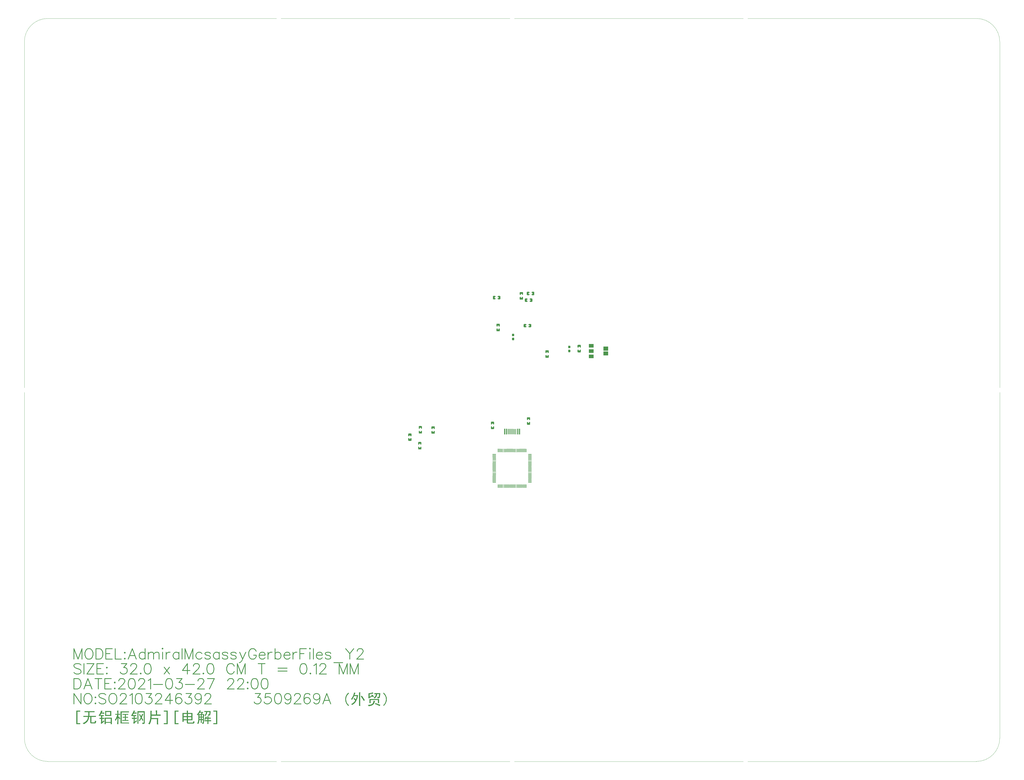
<source format=gbr>
G04 Generated by CircuitCAM Version 4.3*
%FSLAX24Y24*%
%MOIN*%
%ADD10C,0.000000*%
%ADD11C,0.011811*%
%LNCuttingOutside*%
%LPD*%
G36*
G01X-150515Y-55958D02*
X-151768Y-55958D01*
X-151765Y-56004D01*
X-151762Y-56049D01*
X-151759Y-56096D01*
X-151757Y-56143D01*
X-151756Y-56190D01*
X-151756Y-56238D01*
X-151755Y-56286D01*
X-151755Y-56680D01*
X-151756Y-56739D01*
X-151756Y-56796D01*
X-151757Y-56852D01*
X-151759Y-56905D01*
X-151762Y-56957D01*
X-151765Y-57006D01*
X-151768Y-57054D01*
X-151571Y-57054D01*
X-151571Y-56851D01*
X-150712Y-56851D01*
X-150712Y-57054D01*
X-150515Y-57054D01*
X-150519Y-56996D01*
X-150521Y-56937D01*
X-150524Y-56877D01*
X-150526Y-56817D01*
X-150527Y-56757D01*
X-150528Y-56696D01*
X-150528Y-56634D01*
X-150528Y-56280D01*
X-150528Y-56225D01*
X-150527Y-56173D01*
X-150526Y-56124D01*
X-150524Y-56078D01*
X-150521Y-56035D01*
X-150519Y-55995D01*
X-150515Y-55958D01*
G37*
%LPC*%
G36*
G01X-151571Y-56122D02*
X-151571Y-56687D01*
X-150712Y-56687D01*
X-150712Y-56122D01*
X-151571Y-56122D01*
G37*
%LPD*%
G36*
G01X-150620Y-54843D02*
X-151676Y-54843D01*
X-151673Y-54884D01*
X-151670Y-54926D01*
X-151668Y-54968D01*
X-151666Y-55010D01*
X-151665Y-55052D01*
X-151664Y-55095D01*
X-151663Y-55138D01*
X-151663Y-55341D01*
X-151664Y-55382D01*
X-151665Y-55424D01*
X-151666Y-55469D01*
X-151668Y-55516D01*
X-151670Y-55565D01*
X-151673Y-55616D01*
X-151676Y-55670D01*
X-150620Y-55670D01*
X-150622Y-55628D01*
X-150623Y-55583D01*
X-150624Y-55535D01*
X-150625Y-55482D01*
X-150626Y-55426D01*
X-150626Y-55366D01*
X-150626Y-55302D01*
X-150626Y-55131D01*
X-150626Y-55082D01*
X-150626Y-55035D01*
X-150625Y-54992D01*
X-150624Y-54950D01*
X-150623Y-54912D01*
X-150622Y-54876D01*
X-150620Y-54843D01*
G37*
%LPC*%
G36*
G01X-151480Y-55007D02*
X-151480Y-55506D01*
X-150810Y-55506D01*
X-150810Y-55007D01*
X-151480Y-55007D01*
G37*
%LPD*%
G36*
G01X-136687Y-56557D02*
X-136716Y-56536D01*
X-136722Y-56577D01*
X-136728Y-56615D01*
X-136734Y-56649D01*
X-136741Y-56680D01*
X-136747Y-56708D01*
X-136754Y-56732D01*
X-136762Y-56752D01*
X-136772Y-56770D01*
X-136787Y-56784D01*
X-136808Y-56796D01*
X-136835Y-56806D01*
X-136866Y-56813D01*
X-136903Y-56817D01*
X-136946Y-56818D01*
X-137464Y-56818D01*
X-137506Y-56815D01*
X-137541Y-56807D01*
X-137570Y-56794D01*
X-137593Y-56775D01*
X-137609Y-56751D01*
X-137618Y-56721D01*
X-137621Y-56687D01*
X-137621Y-56411D01*
X-136854Y-56411D01*
X-136856Y-56353D01*
X-136857Y-56283D01*
X-136858Y-56203D01*
X-136859Y-56111D01*
X-136859Y-56008D01*
X-136860Y-55894D01*
X-136860Y-55768D01*
X-136860Y-55645D01*
X-136859Y-55534D01*
X-136859Y-55437D01*
X-136858Y-55351D01*
X-136857Y-55278D01*
X-136856Y-55219D01*
X-136854Y-55171D01*
X-137621Y-55171D01*
X-137621Y-55092D01*
X-137620Y-55019D01*
X-137619Y-54954D01*
X-137617Y-54894D01*
X-137615Y-54842D01*
X-137612Y-54796D01*
X-137608Y-54757D01*
X-137812Y-54757D01*
X-137810Y-54801D01*
X-137808Y-54850D01*
X-137807Y-54904D01*
X-137806Y-54963D01*
X-137806Y-55027D01*
X-137805Y-55096D01*
X-137805Y-55171D01*
X-138553Y-55171D01*
X-138550Y-55228D01*
X-138547Y-55302D01*
X-138544Y-55393D01*
X-138543Y-55501D01*
X-138541Y-55626D01*
X-138540Y-55767D01*
X-138540Y-55926D01*
X-138540Y-56082D01*
X-138541Y-56223D01*
X-138543Y-56347D01*
X-138544Y-56455D01*
X-138547Y-56546D01*
X-138550Y-56621D01*
X-138553Y-56680D01*
X-138356Y-56680D01*
X-138356Y-56411D01*
X-137805Y-56411D01*
X-137805Y-56759D01*
X-137797Y-56821D01*
X-137781Y-56873D01*
X-137757Y-56915D01*
X-137726Y-56947D01*
X-137686Y-56969D01*
X-137638Y-56981D01*
X-137582Y-56982D01*
X-136828Y-56982D01*
X-136783Y-56981D01*
X-136743Y-56977D01*
X-136707Y-56971D01*
X-136676Y-56963D01*
X-136650Y-56952D01*
X-136628Y-56939D01*
X-136611Y-56923D01*
X-136594Y-56903D01*
X-136577Y-56876D01*
X-136560Y-56843D01*
X-136543Y-56804D01*
X-136526Y-56758D01*
X-136509Y-56706D01*
X-136493Y-56647D01*
X-136528Y-56637D01*
X-136562Y-56625D01*
X-136595Y-56611D01*
X-136627Y-56595D01*
X-136657Y-56577D01*
X-136687Y-56557D01*
G37*
%LPC*%
G36*
G01X-138356Y-55335D02*
X-138356Y-55696D01*
X-137805Y-55696D01*
X-137805Y-55335D01*
X-138356Y-55335D01*
G37*
G36*
G01X-138356Y-55860D02*
X-138356Y-56247D01*
X-137805Y-56247D01*
X-137805Y-55860D01*
X-138356Y-55860D01*
G37*
G36*
G01X-137621Y-55335D02*
X-137621Y-55696D01*
X-137044Y-55696D01*
X-137044Y-55335D01*
X-137621Y-55335D01*
G37*
G36*
G01X-137621Y-55860D02*
X-137621Y-56247D01*
X-137044Y-56247D01*
X-137044Y-55860D01*
X-137621Y-55860D01*
G37*
%LPD*%
G36*
G01X-135608Y-54713D02*
X-135633Y-54698D01*
X-135657Y-54765D01*
X-135682Y-54829D01*
X-135710Y-54890D01*
X-135740Y-54949D01*
X-135772Y-55006D01*
X-135807Y-55060D01*
X-135843Y-55112D01*
X-135881Y-55163D01*
X-135920Y-55211D01*
X-135959Y-55257D01*
X-136000Y-55300D01*
X-136041Y-55341D01*
X-136083Y-55379D01*
X-136125Y-55414D01*
X-136102Y-55433D01*
X-136079Y-55452D01*
X-136057Y-55472D01*
X-136036Y-55493D01*
X-136017Y-55514D01*
X-135998Y-55536D01*
X-135981Y-55558D01*
X-135965Y-55542D01*
X-135949Y-55525D01*
X-135931Y-55506D01*
X-135912Y-55485D01*
X-135893Y-55463D01*
X-135872Y-55439D01*
X-135850Y-55414D01*
X-135846Y-55506D01*
X-135844Y-55597D01*
X-135843Y-55689D01*
X-135843Y-55781D01*
X-135844Y-55873D01*
X-135846Y-55965D01*
X-135850Y-56057D01*
X-135852Y-56146D01*
X-135857Y-56231D01*
X-135864Y-56312D01*
X-135872Y-56388D01*
X-135883Y-56459D01*
X-135894Y-56526D01*
X-135909Y-56588D01*
X-135925Y-56647D01*
X-135943Y-56702D01*
X-135963Y-56755D01*
X-135986Y-56805D01*
X-136011Y-56851D01*
X-136037Y-56895D01*
X-136066Y-56936D01*
X-136037Y-56949D01*
X-136007Y-56963D01*
X-135979Y-56976D01*
X-135950Y-56991D01*
X-135923Y-57005D01*
X-135896Y-57020D01*
X-135869Y-57034D01*
X-135844Y-56982D01*
X-135821Y-56931D01*
X-135800Y-56881D01*
X-135781Y-56831D01*
X-135765Y-56782D01*
X-135750Y-56734D01*
X-135738Y-56687D01*
X-135726Y-56640D01*
X-135715Y-56594D01*
X-135706Y-56548D01*
X-135698Y-56504D01*
X-135693Y-56459D01*
X-135688Y-56415D01*
X-135686Y-56372D01*
X-135469Y-56372D01*
X-135469Y-56851D01*
X-135292Y-56851D01*
X-135292Y-56372D01*
X-135082Y-56372D01*
X-135082Y-56706D01*
X-135083Y-56731D01*
X-135085Y-56752D01*
X-135089Y-56769D01*
X-135095Y-56783D01*
X-135102Y-56794D01*
X-135111Y-56801D01*
X-135121Y-56805D01*
X-135133Y-56806D01*
X-135148Y-56808D01*
X-135163Y-56809D01*
X-135181Y-56810D01*
X-135201Y-56811D01*
X-135222Y-56811D01*
X-135246Y-56811D01*
X-135233Y-56838D01*
X-135222Y-56865D01*
X-135211Y-56894D01*
X-135202Y-56923D01*
X-135194Y-56952D01*
X-135187Y-56983D01*
X-135180Y-57015D01*
X-135141Y-57009D01*
X-135104Y-57002D01*
X-135071Y-56994D01*
X-135041Y-56986D01*
X-135014Y-56976D01*
X-134991Y-56967D01*
X-134970Y-56956D01*
X-134953Y-56944D01*
X-134938Y-56930D01*
X-134926Y-56913D01*
X-134917Y-56893D01*
X-134910Y-56869D01*
X-134906Y-56842D01*
X-134905Y-56811D01*
X-134905Y-55761D01*
X-134904Y-55707D01*
X-134903Y-55652D01*
X-134901Y-55596D01*
X-134898Y-55540D01*
X-134895Y-55483D01*
X-134890Y-55426D01*
X-134885Y-55368D01*
X-135253Y-55368D01*
X-135242Y-55348D01*
X-135230Y-55326D01*
X-135216Y-55301D01*
X-135200Y-55274D01*
X-135182Y-55244D01*
X-135163Y-55212D01*
X-135141Y-55178D01*
X-135117Y-55144D01*
X-135096Y-55114D01*
X-135075Y-55085D01*
X-135056Y-55057D01*
X-135039Y-55032D01*
X-135024Y-55009D01*
X-135010Y-54987D01*
X-135541Y-54987D01*
X-135529Y-54950D01*
X-135515Y-54917D01*
X-135499Y-54887D01*
X-135481Y-54862D01*
X-135461Y-54841D01*
X-135440Y-54823D01*
X-135417Y-54810D01*
X-135453Y-54793D01*
X-135488Y-54777D01*
X-135520Y-54761D01*
X-135552Y-54744D01*
X-135581Y-54729D01*
X-135608Y-54713D01*
G37*
%LPC*%
G36*
G01X-135646Y-55138D02*
X-135672Y-55173D01*
X-135697Y-55208D01*
X-135721Y-55241D01*
X-135745Y-55274D01*
X-135767Y-55306D01*
X-135789Y-55337D01*
X-135810Y-55368D01*
X-135456Y-55368D01*
X-135434Y-55337D01*
X-135413Y-55306D01*
X-135392Y-55274D01*
X-135372Y-55241D01*
X-135354Y-55208D01*
X-135335Y-55173D01*
X-135318Y-55138D01*
X-135646Y-55138D01*
G37*
G36*
G01X-135666Y-55519D02*
X-135666Y-55788D01*
X-135469Y-55788D01*
X-135469Y-55519D01*
X-135666Y-55519D01*
G37*
G36*
G01X-135292Y-55519D02*
X-135292Y-55788D01*
X-135082Y-55788D01*
X-135082Y-55519D01*
X-135292Y-55519D01*
G37*
G36*
G01X-135666Y-55939D02*
X-135672Y-56214D01*
X-135469Y-56214D01*
X-135469Y-55939D01*
X-135666Y-55939D01*
G37*
G36*
G01X-135292Y-55939D02*
X-135292Y-56214D01*
X-135082Y-56214D01*
X-135082Y-55939D01*
X-135292Y-55939D01*
G37*
%LPD*%
G36*
G01X-78907Y16152D02*
G75*
G03X-79006Y16250I-00098J00000D01*
G74*
G01*
X-79272Y16250D01*
G75*
G03X-79370Y16152I00000J-00098D01*
G74*
G01*
X-79370Y16060D01*
X-79216Y16060D01*
X-79216Y15869D01*
X-79370Y15869D01*
X-79370Y15778D01*
G75*
G03X-79272Y15679I00098J00000D01*
G74*
G01*
X-79006Y15679D01*
X-78998Y15680D01*
G75*
G03X-78907Y15778I-00008J00098D01*
G74*
G01*
G75*
G03X-78907Y15784I-00098J00000D01*
G74*
G01*
X-78907Y16152D01*
G37*
G36*
G01X-79724Y16152D02*
G75*
G03X-79823Y16250I-00098J00000D01*
G74*
G01*
X-80089Y16250D01*
G75*
G03X-80187Y16152I00000J-00098D01*
G74*
G01*
X-80187Y15778D01*
G75*
G03X-80097Y15680I00098J00000D01*
G74*
G01*
X-80089Y15679D01*
X-79823Y15679D01*
G75*
G03X-79724Y15778I00000J00098D01*
G74*
G01*
G75*
G03X-79724Y15784I-00098J00000D01*
G74*
G01*
X-79724Y15872D01*
X-79879Y15872D01*
X-79879Y16063D01*
X-79724Y16063D01*
X-79724Y16152D01*
G37*
G36*
G01X-80817Y16102D02*
G75*
G03X-80915Y16201I-00098J-00000D01*
G74*
G01*
X-81289Y16201D01*
G75*
G03X-81387Y16111I00000J-00098D01*
G74*
G01*
X-81388Y16102D01*
X-81388Y15837D01*
G75*
G03X-81289Y15738I00098J-00000D01*
G74*
G01*
X-81194Y15738D01*
X-81194Y15893D01*
X-81004Y15893D01*
X-81004Y15738D01*
X-80915Y15738D01*
G75*
G03X-80817Y15837I00000J00098D01*
G74*
G01*
X-80817Y16102D01*
G37*
G36*
G01X-84656Y15453D02*
G75*
G03X-84754Y15551I-00098J00000D01*
G74*
G01*
X-85020Y15551D01*
G75*
G03X-85118Y15453I00000J-00098D01*
G74*
G01*
X-85118Y15361D01*
X-84964Y15361D01*
X-84964Y15170D01*
X-85118Y15170D01*
X-85118Y15079D01*
G75*
G03X-85020Y14980I00098J00000D01*
G74*
G01*
X-84754Y14980D01*
X-84746Y14981D01*
G75*
G03X-84656Y15079I-00008J00098D01*
G74*
G01*
G75*
G03X-84656Y15085I-00098J00000D01*
G74*
G01*
X-84656Y15453D01*
G37*
G36*
G01X-85472Y15453D02*
G75*
G03X-85571Y15551I-00098J00000D01*
G74*
G01*
X-85837Y15551D01*
G75*
G03X-85935Y15453I00000J-00098D01*
G74*
G01*
X-85935Y15079D01*
G75*
G03X-85845Y14981I00098J00000D01*
G74*
G01*
X-85837Y14980D01*
X-85571Y14980D01*
G75*
G03X-85472Y15079I00000J00098D01*
G74*
G01*
G75*
G03X-85472Y15085I-00098J00000D01*
G74*
G01*
X-85472Y15174D01*
X-85627Y15174D01*
X-85627Y15364D01*
X-85472Y15364D01*
X-85472Y15453D01*
G37*
G36*
G01X-80817Y15285D02*
G75*
G03X-80915Y15384I-00098J-00000D01*
G74*
G01*
X-81007Y15384D01*
X-81007Y15230D01*
X-81198Y15230D01*
X-81198Y15384D01*
X-81289Y15384D01*
G75*
G03X-81388Y15285I00000J-00098D01*
G74*
G01*
X-81388Y15020D01*
X-81387Y15011D01*
G75*
G03X-81289Y14921I00098J00008D01*
G74*
G01*
X-80915Y14921D01*
G75*
G03X-80817Y15020I00000J00098D01*
G74*
G01*
X-80817Y15285D01*
G37*
G36*
G01X-79232Y15020D02*
G75*
G03X-79331Y15118I-00098J00000D01*
G74*
G01*
X-79596Y15118D01*
G75*
G03X-79695Y15020I00000J-00098D01*
G74*
G01*
X-79695Y14928D01*
X-79541Y14928D01*
X-79541Y14737D01*
X-79695Y14737D01*
X-79695Y14646D01*
G75*
G03X-79596Y14547I00098J00000D01*
G74*
G01*
X-79331Y14547D01*
X-79322Y14548D01*
G75*
G03X-79232Y14646I-00008J00098D01*
G74*
G01*
G75*
G03X-79232Y14652I-00098J00000D01*
G74*
G01*
X-79232Y15020D01*
G37*
G36*
G01X-80049Y15020D02*
G75*
G03X-80148Y15118I-00098J00000D01*
G74*
G01*
X-80413Y15118D01*
G75*
G03X-80512Y15020I00000J-00098D01*
G74*
G01*
X-80512Y14646D01*
G75*
G03X-80422Y14548I00098J00000D01*
G74*
G01*
X-80413Y14547D01*
X-80148Y14547D01*
G75*
G03X-80049Y14646I00000J00098D01*
G74*
G01*
G75*
G03X-80049Y14652I-00098J00000D01*
G74*
G01*
X-80049Y14741D01*
X-80204Y14741D01*
X-80204Y14931D01*
X-80049Y14931D01*
X-80049Y15020D01*
G37*
G36*
G01X-84754Y10738D02*
G75*
G03X-84852Y10837I-00098J-00000D01*
G74*
G01*
X-85226Y10837D01*
G75*
G03X-85324Y10746I00000J-00098D01*
G74*
G01*
X-85325Y10738D01*
X-85325Y10472D01*
G75*
G03X-85226Y10374I00098J-00000D01*
G74*
G01*
X-85131Y10374D01*
X-85131Y10528D01*
X-84941Y10528D01*
X-84941Y10374D01*
X-84852Y10374D01*
G75*
G03X-84754Y10472I00000J00098D01*
G74*
G01*
X-84754Y10738D01*
G37*
G36*
G01X-79429Y10699D02*
G75*
G03X-79528Y10797I-00098J00000D01*
G74*
G01*
X-79793Y10797D01*
G75*
G03X-79892Y10699I00000J-00098D01*
G74*
G01*
X-79892Y10607D01*
X-79737Y10607D01*
X-79737Y10417D01*
X-79892Y10417D01*
X-79892Y10325D01*
G75*
G03X-79793Y10226I00098J00000D01*
G74*
G01*
X-79528Y10226D01*
X-79519Y10227D01*
G75*
G03X-79429Y10325I-00008J00098D01*
G74*
G01*
G75*
G03X-79429Y10331I-00098J00000D01*
G74*
G01*
X-79429Y10699D01*
G37*
G36*
G01X-80246Y10699D02*
G75*
G03X-80344Y10797I-00098J00000D01*
G74*
G01*
X-80610Y10797D01*
G75*
G03X-80709Y10699I00000J-00098D01*
G74*
G01*
X-80709Y10325D01*
G75*
G03X-80619Y10227I00098J00000D01*
G74*
G01*
X-80610Y10226D01*
X-80344Y10226D01*
G75*
G03X-80246Y10325I00000J00098D01*
G74*
G01*
G75*
G03X-80246Y10331I-00098J00000D01*
G74*
G01*
X-80246Y10420D01*
X-80400Y10420D01*
X-80400Y10610D01*
X-80246Y10610D01*
X-80246Y10699D01*
G37*
G36*
G01X-84754Y09921D02*
G75*
G03X-84852Y10020I-00098J-00000D01*
G74*
G01*
X-84944Y10020D01*
X-84944Y09865D01*
X-85135Y09865D01*
X-85135Y10020D01*
X-85226Y10020D01*
G75*
G03X-85325Y09921I00000J-00098D01*
G74*
G01*
X-85325Y09656D01*
X-85324Y09647D01*
G75*
G03X-85226Y09557I00098J00008D01*
G74*
G01*
X-84852Y09557D01*
G75*
G03X-84754Y09656I00000J00098D01*
G74*
G01*
X-84754Y09921D01*
G37*
G36*
G01X-82313Y09050D02*
G75*
G03X-82406Y09144I-00094J00000D01*
G74*
G01*
X-82593Y09144D01*
G75*
G03X-82687Y09050I-00000J-00094D01*
G74*
G01*
X-82687Y08814D01*
G75*
G03X-82593Y08720I00094J00000D01*
G74*
G01*
X-82406Y08720D01*
G75*
G03X-82313Y08814I-00000J00094D01*
G74*
G01*
X-82313Y09050D01*
G37*
G36*
G01X-82313Y08371D02*
G75*
G03X-82406Y08465I-00094J0D01*
G74*
G01*
X-82593Y08465D01*
G75*
G03X-82687Y08371I-00000J-00094D01*
G74*
G01*
X-82687Y08135D01*
G75*
G03X-82593Y08041I00094J0D01*
G74*
G01*
X-82406Y08041D01*
G75*
G03X-82313Y08135I-00000J00094D01*
G74*
G01*
X-82313Y08371D01*
G37*
G36*
G01X-68868Y07402D02*
X-69656Y07402D01*
X-69656Y06811D01*
X-68868Y06811D01*
X-68868Y07402D01*
G37*
G36*
G01X-71014Y07156D02*
G75*
G03X-71112Y07254I-00098J-00000D01*
G74*
G01*
X-71486Y07254D01*
G75*
G03X-71584Y07164I00000J-00098D01*
G74*
G01*
X-71585Y07156D01*
X-71585Y06890D01*
G75*
G03X-71486Y06791I00098J-00000D01*
G74*
G01*
X-71391Y06791D01*
X-71391Y06946D01*
X-71201Y06946D01*
X-71201Y06791D01*
X-71112Y06791D01*
G75*
G03X-71014Y06890I00000J00098D01*
G74*
G01*
X-71014Y07156D01*
G37*
G36*
G01X-72795Y07013D02*
G75*
G03X-72889Y07107I-00094J00000D01*
G74*
G01*
X-73076Y07107D01*
G75*
G03X-73169Y07013I-00000J-00094D01*
G74*
G01*
X-73169Y06777D01*
G75*
G03X-73076Y06683I00094J00000D01*
G74*
G01*
X-72889Y06683D01*
G75*
G03X-72795Y06777I-00000J00094D01*
G74*
G01*
X-72795Y07013D01*
G37*
G36*
G01X-66388Y06949D02*
X-67175Y06949D01*
X-67175Y06260D01*
X-66388Y06260D01*
X-66388Y06949D01*
G37*
G36*
G01X-68868Y06496D02*
X-69656Y06496D01*
X-69656Y05906D01*
X-68868Y05906D01*
X-68868Y06496D01*
G37*
G36*
G01X-71014Y06339D02*
G75*
G03X-71112Y06437I-00098J-00000D01*
G74*
G01*
X-71204Y06437D01*
X-71204Y06283D01*
X-71394Y06283D01*
X-71394Y06437D01*
X-71486Y06437D01*
G75*
G03X-71585Y06339I00000J-00098D01*
G74*
G01*
X-71585Y06073D01*
X-71584Y06065D01*
G75*
G03X-71486Y05974I00098J00008D01*
G74*
G01*
X-71112Y05974D01*
G75*
G03X-71014Y06073I00000J00098D01*
G74*
G01*
X-71014Y06339D01*
G37*
G36*
G01X-72795Y06334D02*
G75*
G03X-72889Y06428I-00094J00000D01*
G74*
G01*
X-73076Y06428D01*
G75*
G03X-73169Y06334I-00000J-00094D01*
G74*
G01*
X-73169Y06098D01*
G75*
G03X-73076Y06004I00094J00000D01*
G74*
G01*
X-72889Y06004D01*
G75*
G03X-72795Y06098I-00000J00094D01*
G74*
G01*
X-72795Y06334D01*
G37*
G36*
G01X-76457Y06240D02*
G75*
G03X-76555Y06339I-00098J-00000D01*
G74*
G01*
X-76929Y06339D01*
G75*
G03X-77027Y06248I00000J-00098D01*
G74*
G01*
X-77028Y06240D01*
X-77028Y05974D01*
G75*
G03X-76929Y05876I00098J-00000D01*
G74*
G01*
X-76834Y05876D01*
X-76834Y06030D01*
X-76644Y06030D01*
X-76644Y05876D01*
X-76555Y05876D01*
G75*
G03X-76457Y05974I00000J00098D01*
G74*
G01*
X-76457Y06240D01*
G37*
G36*
G01X-66388Y06142D02*
X-67175Y06142D01*
X-67175Y05453D01*
X-66388Y05453D01*
X-66388Y06142D01*
G37*
G36*
G01X-68868Y05591D02*
X-69656Y05591D01*
X-69656Y05000D01*
X-68868Y05000D01*
X-68868Y05591D01*
G37*
G36*
G01X-76457Y05423D02*
G75*
G03X-76555Y05522I-00098J-00000D01*
G74*
G01*
X-76647Y05522D01*
X-76647Y05367D01*
X-76837Y05367D01*
X-76837Y05522D01*
X-76929Y05522D01*
G75*
G03X-77028Y05423I00000J-00098D01*
G74*
G01*
X-77028Y05157D01*
X-77027Y05149D01*
G75*
G03X-76929Y05059I00098J00008D01*
G74*
G01*
X-76555Y05059D01*
G75*
G03X-76457Y05157I00000J00098D01*
G74*
G01*
X-76457Y05423D01*
G37*
G36*
G01X-79606Y-05128D02*
G75*
G03X-79705Y-05030I-00098J-00000D01*
G74*
G01*
X-80059Y-05030D01*
G75*
G03X-80157Y-05128I00000J-00098D01*
G74*
G01*
X-80157Y-05404D01*
G75*
G03X-80059Y-05502I00098J-00000D01*
G74*
G01*
X-79974Y-05502D01*
X-79974Y-05344D01*
X-79790Y-05344D01*
X-79790Y-05502D01*
X-79705Y-05502D01*
X-79695Y-05502D01*
G75*
G03X-79606Y-05404I-00009J00098D01*
G74*
G01*
G75*
G03X-79606Y-05398I-00098J-00000D01*
G74*
G01*
X-79606Y-05128D01*
G37*
G36*
G01X-85719Y-05876D02*
G75*
G03X-85817Y-05778I-00098J-00000D01*
G74*
G01*
X-86171Y-05778D01*
G75*
G03X-86270Y-05876I00000J-00098D01*
G74*
G01*
X-86270Y-06152D01*
G75*
G03X-86171Y-06250I00098J-00000D01*
G74*
G01*
X-86086Y-06250D01*
X-86086Y-06093D01*
X-85902Y-06093D01*
X-85902Y-06250D01*
X-85817Y-06250D01*
X-85807Y-06250D01*
G75*
G03X-85719Y-06152I-00009J00098D01*
G74*
G01*
G75*
G03X-85719Y-06146I-00098J-00000D01*
G74*
G01*
X-85719Y-05876D01*
G37*
G36*
G01X-79606Y-05915D02*
G75*
G03X-79705Y-05817I-00098J-00000D01*
G74*
G01*
X-79790Y-05817D01*
X-79790Y-05974D01*
X-79974Y-05974D01*
X-79974Y-05817D01*
X-80059Y-05817D01*
G75*
G03X-80157Y-05915I00000J-00098D01*
G74*
G01*
X-80157Y-06191D01*
G75*
G03X-80069Y-06289I00098J-00000D01*
G74*
G01*
X-80059Y-06289D01*
X-79705Y-06289D01*
G75*
G03X-79606Y-06191I00000J00098D01*
G74*
G01*
G75*
G03X-79606Y-06185I-00098J-00000D01*
G74*
G01*
X-79606Y-05915D01*
G37*
G36*
G01X-97953Y-06614D02*
G75*
G03X-98051Y-06516I-00098J-00000D01*
G74*
G01*
X-98406Y-06516D01*
G75*
G03X-98504Y-06614I00000J-00098D01*
G74*
G01*
X-98504Y-06864D01*
G75*
G03X-98504Y-06870I00098J-00006D01*
G74*
G01*
G75*
G03X-98406Y-06969I00098J-00000D01*
G74*
G01*
X-98320Y-06969D01*
X-98320Y-06818D01*
X-98137Y-06818D01*
X-98137Y-06969D01*
X-98051Y-06969D01*
G75*
G03X-97953Y-06870I00000J00098D01*
G74*
G01*
X-97953Y-06614D01*
G37*
G36*
G01X-95787Y-06654D02*
G75*
G03X-95886Y-06555I-00098J-00000D01*
G74*
G01*
X-96240Y-06555D01*
G75*
G03X-96339Y-06654I00000J-00098D01*
G74*
G01*
X-96339Y-06929D01*
G75*
G03X-96240Y-07028I00098J-00000D01*
G74*
G01*
X-96155Y-07028D01*
X-96155Y-06870D01*
X-95971Y-06870D01*
X-95971Y-07028D01*
X-95886Y-07028D01*
X-95876Y-07027D01*
G75*
G03X-95787Y-06929I-00009J00098D01*
G74*
G01*
G75*
G03X-95787Y-06923I-00098J-00000D01*
G74*
G01*
X-95787Y-06654D01*
G37*
G36*
G01X-85719Y-06663D02*
G75*
G03X-85817Y-06565I-00098J-00000D01*
G74*
G01*
X-85902Y-06565D01*
X-85902Y-06722D01*
X-86086Y-06722D01*
X-86086Y-06565D01*
X-86171Y-06565D01*
G75*
G03X-86270Y-06663I00000J-00098D01*
G74*
G01*
X-86270Y-06939D01*
G75*
G03X-86181Y-07037I00098J-00000D01*
G74*
G01*
X-86171Y-07037D01*
X-85817Y-07037D01*
G75*
G03X-85719Y-06939I00000J00098D01*
G74*
G01*
G75*
G03X-85719Y-06933I-00098J-00000D01*
G74*
G01*
X-85719Y-06663D01*
G37*
G36*
G01X-81319Y-06976D02*
X-81496Y-06976D01*
X-81496Y-07941D01*
X-81319Y-07941D01*
X-81319Y-06976D01*
G37*
G36*
G01X-81624Y-06976D02*
X-81801Y-06976D01*
X-81801Y-07941D01*
X-81624Y-07941D01*
X-81624Y-06976D01*
G37*
G36*
G01X-81941Y-07024D02*
G75*
G03X-81988Y-06976I-00047J0D01*
G74*
G01*
G75*
G03X-82035Y-07024I0J-00047D01*
G74*
G01*
X-82035Y-07894D01*
G75*
G03X-81988Y-07941I00047J0D01*
G74*
G01*
G75*
G03X-81941Y-07894I0J00047D01*
G74*
G01*
X-81941Y-07024D01*
G37*
G36*
G01X-82138Y-07024D02*
G75*
G03X-82185Y-06976I-00047J0D01*
G74*
G01*
G75*
G03X-82232Y-07024I0J-00047D01*
G74*
G01*
X-82232Y-07894D01*
G75*
G03X-82185Y-07941I00047J0D01*
G74*
G01*
G75*
G03X-82138Y-07894I0J00047D01*
G74*
G01*
X-82138Y-07024D01*
G37*
G36*
G01X-82335Y-07024D02*
G75*
G03X-82382Y-06976I-00047J0D01*
G74*
G01*
G75*
G03X-82429Y-07024I0J-00047D01*
G74*
G01*
X-82429Y-07894D01*
G75*
G03X-82382Y-07941I00047J0D01*
G74*
G01*
G75*
G03X-82335Y-07894I0J00047D01*
G74*
G01*
X-82335Y-07024D01*
G37*
G36*
G01X-82531Y-07024D02*
G75*
G03X-82579Y-06976I-00047J0D01*
G74*
G01*
G75*
G03X-82626Y-07024I0J-00047D01*
G74*
G01*
X-82626Y-07894D01*
G75*
G03X-82579Y-07941I00047J0D01*
G74*
G01*
G75*
G03X-82531Y-07894I0J00047D01*
G74*
G01*
X-82531Y-07024D01*
G37*
G36*
G01X-82728Y-07024D02*
G75*
G03X-82776Y-06976I-00047J0D01*
G74*
G01*
G75*
G03X-82823Y-07024I0J-00047D01*
G74*
G01*
X-82823Y-07894D01*
G75*
G03X-82776Y-07941I00047J0D01*
G74*
G01*
G75*
G03X-82728Y-07894I0J00047D01*
G74*
G01*
X-82728Y-07024D01*
G37*
G36*
G01X-82925Y-07024D02*
G75*
G03X-82972Y-06976I-00047J0D01*
G74*
G01*
G75*
G03X-83020Y-07024I0J-00047D01*
G74*
G01*
X-83020Y-07894D01*
G75*
G03X-82972Y-07941I00047J0D01*
G74*
G01*
G75*
G03X-82925Y-07894I0J00047D01*
G74*
G01*
X-82925Y-07024D01*
G37*
G36*
G01X-83122Y-07024D02*
G75*
G03X-83169Y-06976I-00047J0D01*
G74*
G01*
G75*
G03X-83217Y-07024I0J-00047D01*
G74*
G01*
X-83217Y-07894D01*
G75*
G03X-83169Y-07941I00047J0D01*
G74*
G01*
G75*
G03X-83122Y-07894I0J00047D01*
G74*
G01*
X-83122Y-07024D01*
G37*
G36*
G01X-83319Y-07024D02*
G75*
G03X-83366Y-06976I-00047J0D01*
G74*
G01*
G75*
G03X-83413Y-07024I0J-00047D01*
G74*
G01*
X-83413Y-07894D01*
G75*
G03X-83366Y-07941I00047J0D01*
G74*
G01*
G75*
G03X-83319Y-07894I0J00047D01*
G74*
G01*
X-83319Y-07024D01*
G37*
G36*
G01X-83553Y-06976D02*
X-83730Y-06976D01*
X-83730Y-07941D01*
X-83553Y-07941D01*
X-83553Y-06976D01*
G37*
G36*
G01X-83858Y-06976D02*
X-84035Y-06976D01*
X-84035Y-07941D01*
X-83858Y-07941D01*
X-83858Y-06976D01*
G37*
G36*
G01X-97953Y-07421D02*
G75*
G03X-98051Y-07323I-00098J-00000D01*
G74*
G01*
X-98137Y-07323D01*
X-98137Y-07474D01*
X-98320Y-07474D01*
X-98320Y-07323D01*
X-98406Y-07323D01*
G75*
G03X-98504Y-07421I00000J-00098D01*
G74*
G01*
X-98504Y-07677D01*
G75*
G03X-98406Y-07776I00098J-00000D01*
G74*
G01*
X-98051Y-07776D01*
G75*
G03X-97953Y-07677I00000J00098D01*
G74*
G01*
X-97953Y-07421D01*
G37*
G36*
G01X-99724Y-07869D02*
G75*
G03X-99823Y-07771I-00098J-00000D01*
G74*
G01*
X-100177Y-07771D01*
G75*
G03X-100276Y-07869I00000J-00098D01*
G74*
G01*
X-100276Y-08145D01*
G75*
G03X-100177Y-08243I00098J-00000D01*
G74*
G01*
X-100092Y-08243D01*
X-100092Y-08086D01*
X-99908Y-08086D01*
X-99908Y-08243D01*
X-99823Y-08243D01*
X-99813Y-08243D01*
G75*
G03X-99724Y-08145I-00009J00098D01*
G74*
G01*
G75*
G03X-99724Y-08139I-00098J-00000D01*
G74*
G01*
X-99724Y-07869D01*
G37*
G36*
G01X-95787Y-07441D02*
G75*
G03X-95886Y-07343I-00098J-00000D01*
G74*
G01*
X-95971Y-07343D01*
X-95971Y-07500D01*
X-96155Y-07500D01*
X-96155Y-07343D01*
X-96240Y-07343D01*
G75*
G03X-96339Y-07441I00000J-00098D01*
G74*
G01*
X-96339Y-07717D01*
G75*
G03X-96250Y-07815I00098J-00000D01*
G74*
G01*
X-96240Y-07815D01*
X-95886Y-07815D01*
G75*
G03X-95787Y-07717I00000J00098D01*
G74*
G01*
G75*
G03X-95787Y-07711I-00098J-00000D01*
G74*
G01*
X-95787Y-07441D01*
G37*
G36*
G01X-99724Y-08657D02*
G75*
G03X-99823Y-08558I-00098J-00000D01*
G74*
G01*
X-99908Y-08558D01*
X-99908Y-08716D01*
X-100092Y-08716D01*
X-100092Y-08558D01*
X-100177Y-08558D01*
G75*
G03X-100276Y-08657I00000J-00098D01*
G74*
G01*
X-100276Y-08932D01*
G75*
G03X-100187Y-09030I00098J-00000D01*
G74*
G01*
X-100177Y-09031D01*
X-99823Y-09031D01*
G75*
G03X-99724Y-08932I00000J00098D01*
G74*
G01*
G75*
G03X-99724Y-08926I-00098J-00000D01*
G74*
G01*
X-99724Y-08657D01*
G37*
G36*
G01X-98051Y-09311D02*
G75*
G03X-98150Y-09213I-00098J-00000D01*
G74*
G01*
X-98504Y-09213D01*
G75*
G03X-98602Y-09311I00000J-00098D01*
G74*
G01*
X-98602Y-09561D01*
G75*
G03X-98602Y-09567I00098J-00006D01*
G74*
G01*
G75*
G03X-98504Y-09665I00098J-00000D01*
G74*
G01*
X-98419Y-09665D01*
X-98419Y-09515D01*
X-98235Y-09515D01*
X-98235Y-09665D01*
X-98150Y-09665D01*
G75*
G03X-98051Y-09567I00000J00098D01*
G74*
G01*
X-98051Y-09311D01*
G37*
G36*
G01X-98051Y-10118D02*
G75*
G03X-98150Y-10020I-00098J-00000D01*
G74*
G01*
X-98235Y-10020D01*
X-98235Y-10170D01*
X-98419Y-10170D01*
X-98419Y-10020D01*
X-98504Y-10020D01*
G75*
G03X-98602Y-10118I00000J-00098D01*
G74*
G01*
X-98602Y-10374D01*
G75*
G03X-98504Y-10472I00098J-00000D01*
G74*
G01*
X-98150Y-10472D01*
G75*
G03X-98051Y-10374I00000J00098D01*
G74*
G01*
X-98051Y-10118D01*
G37*
G36*
G01X-80268Y-10392D02*
G75*
G03X-80315Y-10344I-00047J0D01*
G74*
G01*
G75*
G03X-80362Y-10392I0J-00047D01*
G74*
G01*
X-80362Y-10927D01*
G75*
G03X-80315Y-10974I00047J0D01*
G74*
G01*
G75*
G03X-80268Y-10927I0J00047D01*
G74*
G01*
X-80268Y-10392D01*
G37*
G36*
G01X-80465Y-10392D02*
G75*
G03X-80512Y-10344I-00047J0D01*
G74*
G01*
G75*
G03X-80559Y-10392I0J-00047D01*
G74*
G01*
X-80559Y-10927D01*
G75*
G03X-80512Y-10974I00047J0D01*
G74*
G01*
G75*
G03X-80465Y-10927I0J00047D01*
G74*
G01*
X-80465Y-10392D01*
G37*
G36*
G01X-80661Y-10392D02*
G75*
G03X-80709Y-10344I-00047J0D01*
G74*
G01*
G75*
G03X-80756Y-10392I0J-00047D01*
G74*
G01*
X-80756Y-10927D01*
G75*
G03X-80709Y-10974I00047J0D01*
G74*
G01*
G75*
G03X-80661Y-10927I0J00047D01*
G74*
G01*
X-80661Y-10392D01*
G37*
G36*
G01X-80858Y-10392D02*
G75*
G03X-80906Y-10344I-00047J0D01*
G74*
G01*
G75*
G03X-80953Y-10392I0J-00047D01*
G74*
G01*
X-80953Y-10927D01*
G75*
G03X-80906Y-10974I00047J0D01*
G74*
G01*
G75*
G03X-80858Y-10927I0J00047D01*
G74*
G01*
X-80858Y-10392D01*
G37*
G36*
G01X-81055Y-10392D02*
G75*
G03X-81102Y-10344I-00047J0D01*
G74*
G01*
G75*
G03X-81150Y-10392I0J-00047D01*
G74*
G01*
X-81150Y-10927D01*
G75*
G03X-81102Y-10974I00047J0D01*
G74*
G01*
G75*
G03X-81055Y-10927I0J00047D01*
G74*
G01*
X-81055Y-10392D01*
G37*
G36*
G01X-81252Y-10392D02*
G75*
G03X-81299Y-10344I-00047J0D01*
G74*
G01*
G75*
G03X-81346Y-10392I0J-00047D01*
G74*
G01*
X-81346Y-10927D01*
G75*
G03X-81299Y-10974I00047J0D01*
G74*
G01*
G75*
G03X-81252Y-10927I0J00047D01*
G74*
G01*
X-81252Y-10392D01*
G37*
G36*
G01X-81449Y-10392D02*
G75*
G03X-81496Y-10344I-00047J0D01*
G74*
G01*
G75*
G03X-81543Y-10392I0J-00047D01*
G74*
G01*
X-81543Y-10927D01*
G75*
G03X-81496Y-10974I00047J0D01*
G74*
G01*
G75*
G03X-81449Y-10927I0J00047D01*
G74*
G01*
X-81449Y-10392D01*
G37*
G36*
G01X-81646Y-10392D02*
G75*
G03X-81693Y-10344I-00047J0D01*
G74*
G01*
G75*
G03X-81740Y-10392I0J-00047D01*
G74*
G01*
X-81740Y-10927D01*
G75*
G03X-81693Y-10974I00047J0D01*
G74*
G01*
G75*
G03X-81646Y-10927I0J00047D01*
G74*
G01*
X-81646Y-10392D01*
G37*
G36*
G01X-81843Y-10392D02*
G75*
G03X-81890Y-10344I-00047J0D01*
G74*
G01*
G75*
G03X-81937Y-10392I0J-00047D01*
G74*
G01*
X-81937Y-10927D01*
G75*
G03X-81890Y-10974I00047J0D01*
G74*
G01*
G75*
G03X-81843Y-10927I0J00047D01*
G74*
G01*
X-81843Y-10392D01*
G37*
G36*
G01X-82039Y-10392D02*
G75*
G03X-82087Y-10344I-00047J0D01*
G74*
G01*
G75*
G03X-82134Y-10392I0J-00047D01*
G74*
G01*
X-82134Y-10927D01*
G75*
G03X-82087Y-10974I00047J0D01*
G74*
G01*
G75*
G03X-82039Y-10927I0J00047D01*
G74*
G01*
X-82039Y-10392D01*
G37*
G36*
G01X-82236Y-10392D02*
G75*
G03X-82283Y-10344I-00047J0D01*
G74*
G01*
G75*
G03X-82331Y-10392I0J-00047D01*
G74*
G01*
X-82331Y-10927D01*
G75*
G03X-82283Y-10974I00047J0D01*
G74*
G01*
G75*
G03X-82236Y-10927I0J00047D01*
G74*
G01*
X-82236Y-10392D01*
G37*
G36*
G01X-82433Y-10392D02*
G75*
G03X-82480Y-10344I-00047J0D01*
G74*
G01*
G75*
G03X-82528Y-10392I0J-00047D01*
G74*
G01*
X-82528Y-10927D01*
G75*
G03X-82480Y-10974I00047J0D01*
G74*
G01*
G75*
G03X-82433Y-10927I0J00047D01*
G74*
G01*
X-82433Y-10392D01*
G37*
G36*
G01X-82630Y-10392D02*
G75*
G03X-82677Y-10344I-00047J0D01*
G74*
G01*
G75*
G03X-82724Y-10392I0J-00047D01*
G74*
G01*
X-82724Y-10927D01*
G75*
G03X-82677Y-10974I00047J0D01*
G74*
G01*
G75*
G03X-82630Y-10927I0J00047D01*
G74*
G01*
X-82630Y-10392D01*
G37*
G36*
G01X-82827Y-10392D02*
G75*
G03X-82874Y-10344I-00047J0D01*
G74*
G01*
G75*
G03X-82921Y-10392I0J-00047D01*
G74*
G01*
X-82921Y-10927D01*
G75*
G03X-82874Y-10974I00047J0D01*
G74*
G01*
G75*
G03X-82827Y-10927I0J00047D01*
G74*
G01*
X-82827Y-10392D01*
G37*
G36*
G01X-83024Y-10392D02*
G75*
G03X-83071Y-10344I-00047J0D01*
G74*
G01*
G75*
G03X-83118Y-10392I0J-00047D01*
G74*
G01*
X-83118Y-10927D01*
G75*
G03X-83071Y-10974I00047J0D01*
G74*
G01*
G75*
G03X-83024Y-10927I0J00047D01*
G74*
G01*
X-83024Y-10392D01*
G37*
G36*
G01X-83220Y-10392D02*
G75*
G03X-83268Y-10344I-00047J0D01*
G74*
G01*
G75*
G03X-83315Y-10392I0J-00047D01*
G74*
G01*
X-83315Y-10927D01*
G75*
G03X-83268Y-10974I00047J0D01*
G74*
G01*
G75*
G03X-83220Y-10927I0J00047D01*
G74*
G01*
X-83220Y-10392D01*
G37*
G36*
G01X-83417Y-10392D02*
G75*
G03X-83465Y-10344I-00047J0D01*
G74*
G01*
G75*
G03X-83512Y-10392I0J-00047D01*
G74*
G01*
X-83512Y-10927D01*
G75*
G03X-83465Y-10974I00047J0D01*
G74*
G01*
G75*
G03X-83417Y-10927I0J00047D01*
G74*
G01*
X-83417Y-10392D01*
G37*
G36*
G01X-83614Y-10392D02*
G75*
G03X-83661Y-10344I-00047J0D01*
G74*
G01*
G75*
G03X-83709Y-10392I0J-00047D01*
G74*
G01*
X-83709Y-10927D01*
G75*
G03X-83661Y-10974I00047J0D01*
G74*
G01*
G75*
G03X-83614Y-10927I0J00047D01*
G74*
G01*
X-83614Y-10392D01*
G37*
G36*
G01X-83811Y-10392D02*
G75*
G03X-83858Y-10344I-00047J0D01*
G74*
G01*
G75*
G03X-83906Y-10392I0J-00047D01*
G74*
G01*
X-83906Y-10927D01*
G75*
G03X-83858Y-10974I00047J0D01*
G74*
G01*
G75*
G03X-83811Y-10927I0J00047D01*
G74*
G01*
X-83811Y-10392D01*
G37*
G36*
G01X-84008Y-10392D02*
G75*
G03X-84055Y-10344I-00047J0D01*
G74*
G01*
G75*
G03X-84102Y-10392I0J-00047D01*
G74*
G01*
X-84102Y-10927D01*
G75*
G03X-84055Y-10974I00047J0D01*
G74*
G01*
G75*
G03X-84008Y-10927I0J00047D01*
G74*
G01*
X-84008Y-10392D01*
G37*
G36*
G01X-84205Y-10392D02*
G75*
G03X-84252Y-10344I-00047J0D01*
G74*
G01*
G75*
G03X-84299Y-10392I0J-00047D01*
G74*
G01*
X-84299Y-10927D01*
G75*
G03X-84252Y-10974I00047J0D01*
G74*
G01*
G75*
G03X-84205Y-10927I0J00047D01*
G74*
G01*
X-84205Y-10392D01*
G37*
G36*
G01X-84402Y-10392D02*
G75*
G03X-84449Y-10344I-00047J0D01*
G74*
G01*
G75*
G03X-84496Y-10392I0J-00047D01*
G74*
G01*
X-84496Y-10927D01*
G75*
G03X-84449Y-10974I00047J0D01*
G74*
G01*
G75*
G03X-84402Y-10927I0J00047D01*
G74*
G01*
X-84402Y-10392D01*
G37*
G36*
G01X-84598Y-10392D02*
G75*
G03X-84646Y-10344I-00047J0D01*
G74*
G01*
G75*
G03X-84693Y-10392I0J-00047D01*
G74*
G01*
X-84693Y-10927D01*
G75*
G03X-84646Y-10974I00047J0D01*
G74*
G01*
G75*
G03X-84598Y-10927I0J00047D01*
G74*
G01*
X-84598Y-10392D01*
G37*
G36*
G01X-84795Y-10392D02*
G75*
G03X-84843Y-10344I-00047J0D01*
G74*
G01*
G75*
G03X-84890Y-10392I0J-00047D01*
G74*
G01*
X-84890Y-10927D01*
G75*
G03X-84843Y-10974I00047J0D01*
G74*
G01*
G75*
G03X-84795Y-10927I0J00047D01*
G74*
G01*
X-84795Y-10392D01*
G37*
G36*
G01X-84992Y-10392D02*
G75*
G03X-85039Y-10344I-00047J0D01*
G74*
G01*
G75*
G03X-85087Y-10392I0J-00047D01*
G74*
G01*
X-85087Y-10927D01*
G75*
G03X-85039Y-10974I00047J0D01*
G74*
G01*
G75*
G03X-84992Y-10927I0J00047D01*
G74*
G01*
X-84992Y-10392D01*
G37*
G36*
G01X-79388Y-11366D02*
G75*
G03X-79341Y-11319I0J00047D01*
G74*
G01*
G75*
G03X-79388Y-11272I-00047J0D01*
G74*
G01*
X-79923Y-11272D01*
G75*
G03X-79970Y-11319I0J-00047D01*
G74*
G01*
G75*
G03X-79923Y-11366I00047J0D01*
G74*
G01*
X-79388Y-11366D01*
G37*
G36*
G01X-85431Y-11366D02*
G75*
G03X-85384Y-11319I0J00047D01*
G74*
G01*
G75*
G03X-85431Y-11272I-00047J0D01*
G74*
G01*
X-85967Y-11272D01*
G75*
G03X-86014Y-11319I0J-00047D01*
G74*
G01*
G75*
G03X-85967Y-11366I00047J0D01*
G74*
G01*
X-85431Y-11366D01*
G37*
G36*
G01X-79388Y-11563D02*
G75*
G03X-79341Y-11516I0J00047D01*
G74*
G01*
G75*
G03X-79388Y-11469I-00047J0D01*
G74*
G01*
X-79923Y-11469D01*
G75*
G03X-79970Y-11516I0J-00047D01*
G74*
G01*
G75*
G03X-79923Y-11563I00047J0D01*
G74*
G01*
X-79388Y-11563D01*
G37*
G36*
G01X-85431Y-11563D02*
G75*
G03X-85384Y-11516I0J00047D01*
G74*
G01*
G75*
G03X-85431Y-11469I-00047J0D01*
G74*
G01*
X-85967Y-11469D01*
G75*
G03X-86014Y-11516I0J-00047D01*
G74*
G01*
G75*
G03X-85967Y-11563I00047J0D01*
G74*
G01*
X-85431Y-11563D01*
G37*
G36*
G01X-79388Y-11760D02*
G75*
G03X-79341Y-11713I0J00047D01*
G74*
G01*
G75*
G03X-79388Y-11665I-00047J0D01*
G74*
G01*
X-79923Y-11665D01*
G75*
G03X-79970Y-11713I0J-00047D01*
G74*
G01*
G75*
G03X-79923Y-11760I00047J0D01*
G74*
G01*
X-79388Y-11760D01*
G37*
G36*
G01X-85431Y-11760D02*
G75*
G03X-85384Y-11713I0J00047D01*
G74*
G01*
G75*
G03X-85431Y-11665I-00047J0D01*
G74*
G01*
X-85967Y-11665D01*
G75*
G03X-86014Y-11713I0J-00047D01*
G74*
G01*
G75*
G03X-85967Y-11760I00047J0D01*
G74*
G01*
X-85431Y-11760D01*
G37*
G36*
G01X-79388Y-11957D02*
G75*
G03X-79341Y-11909I0J00047D01*
G74*
G01*
G75*
G03X-79388Y-11862I-00047J0D01*
G74*
G01*
X-79923Y-11862D01*
G75*
G03X-79970Y-11909I0J-00047D01*
G74*
G01*
G75*
G03X-79923Y-11957I00047J0D01*
G74*
G01*
X-79388Y-11957D01*
G37*
G36*
G01X-85431Y-11957D02*
G75*
G03X-85384Y-11909I0J00047D01*
G74*
G01*
G75*
G03X-85431Y-11862I-00047J0D01*
G74*
G01*
X-85967Y-11862D01*
G75*
G03X-86014Y-11909I0J-00047D01*
G74*
G01*
G75*
G03X-85967Y-11957I00047J0D01*
G74*
G01*
X-85431Y-11957D01*
G37*
G36*
G01X-79388Y-12154D02*
G75*
G03X-79341Y-12106I0J00047D01*
G74*
G01*
G75*
G03X-79388Y-12059I-00047J0D01*
G74*
G01*
X-79923Y-12059D01*
G75*
G03X-79970Y-12106I0J-00047D01*
G74*
G01*
G75*
G03X-79923Y-12154I00047J0D01*
G74*
G01*
X-79388Y-12154D01*
G37*
G36*
G01X-85431Y-12154D02*
G75*
G03X-85384Y-12106I0J00047D01*
G74*
G01*
G75*
G03X-85431Y-12059I-00047J0D01*
G74*
G01*
X-85967Y-12059D01*
G75*
G03X-86014Y-12106I0J-00047D01*
G74*
G01*
G75*
G03X-85967Y-12154I00047J0D01*
G74*
G01*
X-85431Y-12154D01*
G37*
G36*
G01X-79388Y-12350D02*
G75*
G03X-79341Y-12303I0J00047D01*
G74*
G01*
G75*
G03X-79388Y-12256I-00047J0D01*
G74*
G01*
X-79923Y-12256D01*
G75*
G03X-79970Y-12303I0J-00047D01*
G74*
G01*
G75*
G03X-79923Y-12350I00047J0D01*
G74*
G01*
X-79388Y-12350D01*
G37*
G36*
G01X-85431Y-12350D02*
G75*
G03X-85384Y-12303I0J00047D01*
G74*
G01*
G75*
G03X-85431Y-12256I-00047J0D01*
G74*
G01*
X-85967Y-12256D01*
G75*
G03X-86014Y-12303I0J-00047D01*
G74*
G01*
G75*
G03X-85967Y-12350I00047J0D01*
G74*
G01*
X-85431Y-12350D01*
G37*
G36*
G01X-79388Y-12547D02*
G75*
G03X-79341Y-12500I0J00047D01*
G74*
G01*
G75*
G03X-79388Y-12453I-00047J-00000D01*
G74*
G01*
X-79923Y-12453D01*
G75*
G03X-79970Y-12500I0J-00047D01*
G74*
G01*
G75*
G03X-79923Y-12547I00047J-00000D01*
G74*
G01*
X-79388Y-12547D01*
G37*
G36*
G01X-85431Y-12547D02*
G75*
G03X-85384Y-12500I0J00047D01*
G74*
G01*
G75*
G03X-85431Y-12453I-00047J-00000D01*
G74*
G01*
X-85967Y-12453D01*
G75*
G03X-86014Y-12500I0J-00047D01*
G74*
G01*
G75*
G03X-85967Y-12547I00047J-00000D01*
G74*
G01*
X-85431Y-12547D01*
G37*
G36*
G01X-79388Y-12744D02*
G75*
G03X-79341Y-12697I0J00047D01*
G74*
G01*
G75*
G03X-79388Y-12650I-00047J00000D01*
G74*
G01*
X-79923Y-12650D01*
G75*
G03X-79970Y-12697I0J-00047D01*
G74*
G01*
G75*
G03X-79923Y-12744I00047J00000D01*
G74*
G01*
X-79388Y-12744D01*
G37*
G36*
G01X-85431Y-12744D02*
G75*
G03X-85384Y-12697I0J00047D01*
G74*
G01*
G75*
G03X-85431Y-12650I-00047J00000D01*
G74*
G01*
X-85967Y-12650D01*
G75*
G03X-86014Y-12697I0J-00047D01*
G74*
G01*
G75*
G03X-85967Y-12744I00047J00000D01*
G74*
G01*
X-85431Y-12744D01*
G37*
G36*
G01X-79388Y-12941D02*
G75*
G03X-79341Y-12894I0J00047D01*
G74*
G01*
G75*
G03X-79388Y-12846I-00047J0D01*
G74*
G01*
X-79923Y-12846D01*
G75*
G03X-79970Y-12894I0J-00047D01*
G74*
G01*
G75*
G03X-79923Y-12941I00047J0D01*
G74*
G01*
X-79388Y-12941D01*
G37*
G36*
G01X-85431Y-12941D02*
G75*
G03X-85384Y-12894I0J00047D01*
G74*
G01*
G75*
G03X-85431Y-12846I-00047J0D01*
G74*
G01*
X-85967Y-12846D01*
G75*
G03X-86014Y-12894I0J-00047D01*
G74*
G01*
G75*
G03X-85967Y-12941I00047J0D01*
G74*
G01*
X-85431Y-12941D01*
G37*
G36*
G01X-79388Y-13138D02*
G75*
G03X-79341Y-13091I0J00047D01*
G74*
G01*
G75*
G03X-79388Y-13043I-00047J0D01*
G74*
G01*
X-79923Y-13043D01*
G75*
G03X-79970Y-13091I0J-00047D01*
G74*
G01*
G75*
G03X-79923Y-13138I00047J0D01*
G74*
G01*
X-79388Y-13138D01*
G37*
G36*
G01X-85431Y-13138D02*
G75*
G03X-85384Y-13091I0J00047D01*
G74*
G01*
G75*
G03X-85431Y-13043I-00047J0D01*
G74*
G01*
X-85967Y-13043D01*
G75*
G03X-86014Y-13091I0J-00047D01*
G74*
G01*
G75*
G03X-85967Y-13138I00047J0D01*
G74*
G01*
X-85431Y-13138D01*
G37*
G36*
G01X-79388Y-13335D02*
G75*
G03X-79341Y-13287I0J00047D01*
G74*
G01*
G75*
G03X-79388Y-13240I-00047J0D01*
G74*
G01*
X-79923Y-13240D01*
G75*
G03X-79970Y-13287I0J-00047D01*
G74*
G01*
G75*
G03X-79923Y-13335I00047J0D01*
G74*
G01*
X-79388Y-13335D01*
G37*
G36*
G01X-85431Y-13335D02*
G75*
G03X-85384Y-13287I0J00047D01*
G74*
G01*
G75*
G03X-85431Y-13240I-00047J0D01*
G74*
G01*
X-85967Y-13240D01*
G75*
G03X-86014Y-13287I0J-00047D01*
G74*
G01*
G75*
G03X-85967Y-13335I00047J0D01*
G74*
G01*
X-85431Y-13335D01*
G37*
G36*
G01X-79388Y-13531D02*
G75*
G03X-79341Y-13484I0J00047D01*
G74*
G01*
G75*
G03X-79388Y-13437I-00047J0D01*
G74*
G01*
X-79923Y-13437D01*
G75*
G03X-79970Y-13484I0J-00047D01*
G74*
G01*
G75*
G03X-79923Y-13531I00047J0D01*
G74*
G01*
X-79388Y-13531D01*
G37*
G36*
G01X-85431Y-13531D02*
G75*
G03X-85384Y-13484I0J00047D01*
G74*
G01*
G75*
G03X-85431Y-13437I-00047J0D01*
G74*
G01*
X-85967Y-13437D01*
G75*
G03X-86014Y-13484I0J-00047D01*
G74*
G01*
G75*
G03X-85967Y-13531I00047J0D01*
G74*
G01*
X-85431Y-13531D01*
G37*
G36*
G01X-79388Y-13728D02*
G75*
G03X-79341Y-13681I0J00047D01*
G74*
G01*
G75*
G03X-79388Y-13634I-00047J0D01*
G74*
G01*
X-79923Y-13634D01*
G75*
G03X-79970Y-13681I0J-00047D01*
G74*
G01*
G75*
G03X-79923Y-13728I00047J0D01*
G74*
G01*
X-79388Y-13728D01*
G37*
G36*
G01X-85431Y-13728D02*
G75*
G03X-85384Y-13681I0J00047D01*
G74*
G01*
G75*
G03X-85431Y-13634I-00047J0D01*
G74*
G01*
X-85967Y-13634D01*
G75*
G03X-86014Y-13681I0J-00047D01*
G74*
G01*
G75*
G03X-85967Y-13728I00047J0D01*
G74*
G01*
X-85431Y-13728D01*
G37*
G36*
G01X-79388Y-13925D02*
G75*
G03X-79341Y-13878I0J00047D01*
G74*
G01*
G75*
G03X-79388Y-13831I-00047J0D01*
G74*
G01*
X-79923Y-13831D01*
G75*
G03X-79970Y-13878I0J-00047D01*
G74*
G01*
G75*
G03X-79923Y-13925I00047J0D01*
G74*
G01*
X-79388Y-13925D01*
G37*
G36*
G01X-85431Y-13925D02*
G75*
G03X-85384Y-13878I0J00047D01*
G74*
G01*
G75*
G03X-85431Y-13831I-00047J0D01*
G74*
G01*
X-85967Y-13831D01*
G75*
G03X-86014Y-13878I0J-00047D01*
G74*
G01*
G75*
G03X-85967Y-13925I00047J0D01*
G74*
G01*
X-85431Y-13925D01*
G37*
G36*
G01X-79388Y-14122D02*
G75*
G03X-79341Y-14075I0J00047D01*
G74*
G01*
G75*
G03X-79388Y-14028I-00047J0D01*
G74*
G01*
X-79923Y-14028D01*
G75*
G03X-79970Y-14075I0J-00047D01*
G74*
G01*
G75*
G03X-79923Y-14122I00047J0D01*
G74*
G01*
X-79388Y-14122D01*
G37*
G36*
G01X-85431Y-14122D02*
G75*
G03X-85384Y-14075I0J00047D01*
G74*
G01*
G75*
G03X-85431Y-14028I-00047J0D01*
G74*
G01*
X-85967Y-14028D01*
G75*
G03X-86014Y-14075I0J-00047D01*
G74*
G01*
G75*
G03X-85967Y-14122I00047J0D01*
G74*
G01*
X-85431Y-14122D01*
G37*
G36*
G01X-79388Y-14319D02*
G75*
G03X-79341Y-14272I0J00047D01*
G74*
G01*
G75*
G03X-79388Y-14224I-00047J0D01*
G74*
G01*
X-79923Y-14224D01*
G75*
G03X-79970Y-14272I0J-00047D01*
G74*
G01*
G75*
G03X-79923Y-14319I00047J0D01*
G74*
G01*
X-79388Y-14319D01*
G37*
G36*
G01X-85431Y-14319D02*
G75*
G03X-85384Y-14272I0J00047D01*
G74*
G01*
G75*
G03X-85431Y-14224I-00047J0D01*
G74*
G01*
X-85967Y-14224D01*
G75*
G03X-86014Y-14272I0J-00047D01*
G74*
G01*
G75*
G03X-85967Y-14319I00047J0D01*
G74*
G01*
X-85431Y-14319D01*
G37*
G36*
G01X-79388Y-14516D02*
G75*
G03X-79341Y-14469I0J00047D01*
G74*
G01*
G75*
G03X-79388Y-14421I-00047J0D01*
G74*
G01*
X-79923Y-14421D01*
G75*
G03X-79970Y-14469I0J-00047D01*
G74*
G01*
G75*
G03X-79923Y-14516I00047J0D01*
G74*
G01*
X-79388Y-14516D01*
G37*
G36*
G01X-85431Y-14516D02*
G75*
G03X-85384Y-14469I0J00047D01*
G74*
G01*
G75*
G03X-85431Y-14421I-00047J0D01*
G74*
G01*
X-85967Y-14421D01*
G75*
G03X-86014Y-14469I0J-00047D01*
G74*
G01*
G75*
G03X-85967Y-14516I00047J0D01*
G74*
G01*
X-85431Y-14516D01*
G37*
G36*
G01X-79388Y-14713D02*
G75*
G03X-79341Y-14665I0J00047D01*
G74*
G01*
G75*
G03X-79388Y-14618I-00047J0D01*
G74*
G01*
X-79923Y-14618D01*
G75*
G03X-79970Y-14665I0J-00047D01*
G74*
G01*
G75*
G03X-79923Y-14713I00047J0D01*
G74*
G01*
X-79388Y-14713D01*
G37*
G36*
G01X-85431Y-14713D02*
G75*
G03X-85384Y-14665I0J00047D01*
G74*
G01*
G75*
G03X-85431Y-14618I-00047J0D01*
G74*
G01*
X-85967Y-14618D01*
G75*
G03X-86014Y-14665I0J-00047D01*
G74*
G01*
G75*
G03X-85967Y-14713I00047J0D01*
G74*
G01*
X-85431Y-14713D01*
G37*
G36*
G01X-79388Y-14909D02*
G75*
G03X-79341Y-14862I0J00047D01*
G74*
G01*
G75*
G03X-79388Y-14815I-00047J0D01*
G74*
G01*
X-79923Y-14815D01*
G75*
G03X-79970Y-14862I0J-00047D01*
G74*
G01*
G75*
G03X-79923Y-14909I00047J0D01*
G74*
G01*
X-79388Y-14909D01*
G37*
G36*
G01X-85431Y-14909D02*
G75*
G03X-85384Y-14862I0J00047D01*
G74*
G01*
G75*
G03X-85431Y-14815I-00047J0D01*
G74*
G01*
X-85967Y-14815D01*
G75*
G03X-86014Y-14862I0J-00047D01*
G74*
G01*
G75*
G03X-85967Y-14909I00047J0D01*
G74*
G01*
X-85431Y-14909D01*
G37*
G36*
G01X-79388Y-15106D02*
G75*
G03X-79341Y-15059I0J00047D01*
G74*
G01*
G75*
G03X-79388Y-15012I-00047J0D01*
G74*
G01*
X-79923Y-15012D01*
G75*
G03X-79970Y-15059I0J-00047D01*
G74*
G01*
G75*
G03X-79923Y-15106I00047J0D01*
G74*
G01*
X-79388Y-15106D01*
G37*
G36*
G01X-85431Y-15106D02*
G75*
G03X-85384Y-15059I0J00047D01*
G74*
G01*
G75*
G03X-85431Y-15012I-00047J0D01*
G74*
G01*
X-85967Y-15012D01*
G75*
G03X-86014Y-15059I0J-00047D01*
G74*
G01*
G75*
G03X-85967Y-15106I00047J0D01*
G74*
G01*
X-85431Y-15106D01*
G37*
G36*
G01X-79388Y-15303D02*
G75*
G03X-79341Y-15256I0J00047D01*
G74*
G01*
G75*
G03X-79388Y-15209I-00047J0D01*
G74*
G01*
X-79923Y-15209D01*
G75*
G03X-79970Y-15256I0J-00047D01*
G74*
G01*
G75*
G03X-79923Y-15303I00047J0D01*
G74*
G01*
X-79388Y-15303D01*
G37*
G36*
G01X-85431Y-15303D02*
G75*
G03X-85384Y-15256I0J00047D01*
G74*
G01*
G75*
G03X-85431Y-15209I-00047J0D01*
G74*
G01*
X-85967Y-15209D01*
G75*
G03X-86014Y-15256I0J-00047D01*
G74*
G01*
G75*
G03X-85967Y-15303I00047J0D01*
G74*
G01*
X-85431Y-15303D01*
G37*
G36*
G01X-79388Y-15500D02*
G75*
G03X-79341Y-15453I0J00047D01*
G74*
G01*
G75*
G03X-79388Y-15406I-00047J0D01*
G74*
G01*
X-79923Y-15406D01*
G75*
G03X-79970Y-15453I0J-00047D01*
G74*
G01*
G75*
G03X-79923Y-15500I00047J0D01*
G74*
G01*
X-79388Y-15500D01*
G37*
G36*
G01X-85431Y-15500D02*
G75*
G03X-85384Y-15453I0J00047D01*
G74*
G01*
G75*
G03X-85431Y-15406I-00047J0D01*
G74*
G01*
X-85967Y-15406D01*
G75*
G03X-86014Y-15453I0J-00047D01*
G74*
G01*
G75*
G03X-85967Y-15500I00047J0D01*
G74*
G01*
X-85431Y-15500D01*
G37*
G36*
G01X-79388Y-15697D02*
G75*
G03X-79341Y-15650I0J00047D01*
G74*
G01*
G75*
G03X-79388Y-15602I-00047J0D01*
G74*
G01*
X-79923Y-15602D01*
G75*
G03X-79970Y-15650I0J-00047D01*
G74*
G01*
G75*
G03X-79923Y-15697I00047J0D01*
G74*
G01*
X-79388Y-15697D01*
G37*
G36*
G01X-85431Y-15697D02*
G75*
G03X-85384Y-15650I0J00047D01*
G74*
G01*
G75*
G03X-85431Y-15602I-00047J0D01*
G74*
G01*
X-85967Y-15602D01*
G75*
G03X-86014Y-15650I0J-00047D01*
G74*
G01*
G75*
G03X-85967Y-15697I00047J0D01*
G74*
G01*
X-85431Y-15697D01*
G37*
G36*
G01X-79388Y-15894D02*
G75*
G03X-79341Y-15846I0J00047D01*
G74*
G01*
G75*
G03X-79388Y-15799I-00047J0D01*
G74*
G01*
X-79923Y-15799D01*
G75*
G03X-79970Y-15846I0J-00047D01*
G74*
G01*
G75*
G03X-79923Y-15894I00047J0D01*
G74*
G01*
X-79388Y-15894D01*
G37*
G36*
G01X-85431Y-15894D02*
G75*
G03X-85384Y-15846I0J00047D01*
G74*
G01*
G75*
G03X-85431Y-15799I-00047J0D01*
G74*
G01*
X-85967Y-15799D01*
G75*
G03X-86014Y-15846I0J-00047D01*
G74*
G01*
G75*
G03X-85967Y-15894I00047J0D01*
G74*
G01*
X-85431Y-15894D01*
G37*
G36*
G01X-79388Y-16091D02*
G75*
G03X-79341Y-16043I0J00047D01*
G74*
G01*
G75*
G03X-79388Y-15996I-00047J0D01*
G74*
G01*
X-79923Y-15996D01*
G75*
G03X-79970Y-16043I0J-00047D01*
G74*
G01*
G75*
G03X-79923Y-16091I00047J0D01*
G74*
G01*
X-79388Y-16091D01*
G37*
G36*
G01X-85431Y-16091D02*
G75*
G03X-85384Y-16043I0J00047D01*
G74*
G01*
G75*
G03X-85431Y-15996I-00047J0D01*
G74*
G01*
X-85967Y-15996D01*
G75*
G03X-86014Y-16043I0J-00047D01*
G74*
G01*
G75*
G03X-85967Y-16091I00047J0D01*
G74*
G01*
X-85431Y-16091D01*
G37*
G36*
G01X-80268Y-16435D02*
G75*
G03X-80315Y-16388I-00047J0D01*
G74*
G01*
G75*
G03X-80362Y-16435I0J-00047D01*
G74*
G01*
X-80362Y-16970D01*
G75*
G03X-80315Y-17018I00047J0D01*
G74*
G01*
G75*
G03X-80268Y-16970I0J00047D01*
G74*
G01*
X-80268Y-16435D01*
G37*
G36*
G01X-80465Y-16435D02*
G75*
G03X-80512Y-16388I-00047J0D01*
G74*
G01*
G75*
G03X-80559Y-16435I0J-00047D01*
G74*
G01*
X-80559Y-16970D01*
G75*
G03X-80512Y-17018I00047J0D01*
G74*
G01*
G75*
G03X-80465Y-16970I0J00047D01*
G74*
G01*
X-80465Y-16435D01*
G37*
G36*
G01X-80661Y-16435D02*
G75*
G03X-80709Y-16388I-00047J0D01*
G74*
G01*
G75*
G03X-80756Y-16435I0J-00047D01*
G74*
G01*
X-80756Y-16970D01*
G75*
G03X-80709Y-17018I00047J0D01*
G74*
G01*
G75*
G03X-80661Y-16970I0J00047D01*
G74*
G01*
X-80661Y-16435D01*
G37*
G36*
G01X-80858Y-16435D02*
G75*
G03X-80906Y-16388I-00047J0D01*
G74*
G01*
G75*
G03X-80953Y-16435I0J-00047D01*
G74*
G01*
X-80953Y-16970D01*
G75*
G03X-80906Y-17018I00047J0D01*
G74*
G01*
G75*
G03X-80858Y-16970I0J00047D01*
G74*
G01*
X-80858Y-16435D01*
G37*
G36*
G01X-81055Y-16435D02*
G75*
G03X-81102Y-16388I-00047J0D01*
G74*
G01*
G75*
G03X-81150Y-16435I0J-00047D01*
G74*
G01*
X-81150Y-16970D01*
G75*
G03X-81102Y-17018I00047J0D01*
G74*
G01*
G75*
G03X-81055Y-16970I0J00047D01*
G74*
G01*
X-81055Y-16435D01*
G37*
G36*
G01X-81252Y-16435D02*
G75*
G03X-81299Y-16388I-00047J0D01*
G74*
G01*
G75*
G03X-81346Y-16435I0J-00047D01*
G74*
G01*
X-81346Y-16970D01*
G75*
G03X-81299Y-17018I00047J0D01*
G74*
G01*
G75*
G03X-81252Y-16970I0J00047D01*
G74*
G01*
X-81252Y-16435D01*
G37*
G36*
G01X-81449Y-16435D02*
G75*
G03X-81496Y-16388I-00047J0D01*
G74*
G01*
G75*
G03X-81543Y-16435I0J-00047D01*
G74*
G01*
X-81543Y-16970D01*
G75*
G03X-81496Y-17018I00047J0D01*
G74*
G01*
G75*
G03X-81449Y-16970I0J00047D01*
G74*
G01*
X-81449Y-16435D01*
G37*
G36*
G01X-81646Y-16435D02*
G75*
G03X-81693Y-16388I-00047J0D01*
G74*
G01*
G75*
G03X-81740Y-16435I0J-00047D01*
G74*
G01*
X-81740Y-16970D01*
G75*
G03X-81693Y-17018I00047J0D01*
G74*
G01*
G75*
G03X-81646Y-16970I0J00047D01*
G74*
G01*
X-81646Y-16435D01*
G37*
G36*
G01X-81843Y-16435D02*
G75*
G03X-81890Y-16388I-00047J0D01*
G74*
G01*
G75*
G03X-81937Y-16435I0J-00047D01*
G74*
G01*
X-81937Y-16970D01*
G75*
G03X-81890Y-17018I00047J0D01*
G74*
G01*
G75*
G03X-81843Y-16970I0J00047D01*
G74*
G01*
X-81843Y-16435D01*
G37*
G36*
G01X-82039Y-16435D02*
G75*
G03X-82087Y-16388I-00047J0D01*
G74*
G01*
G75*
G03X-82134Y-16435I0J-00047D01*
G74*
G01*
X-82134Y-16970D01*
G75*
G03X-82087Y-17018I00047J0D01*
G74*
G01*
G75*
G03X-82039Y-16970I0J00047D01*
G74*
G01*
X-82039Y-16435D01*
G37*
G36*
G01X-82236Y-16435D02*
G75*
G03X-82283Y-16388I-00047J0D01*
G74*
G01*
G75*
G03X-82331Y-16435I0J-00047D01*
G74*
G01*
X-82331Y-16970D01*
G75*
G03X-82283Y-17018I00047J0D01*
G74*
G01*
G75*
G03X-82236Y-16970I0J00047D01*
G74*
G01*
X-82236Y-16435D01*
G37*
G36*
G01X-82433Y-16435D02*
G75*
G03X-82480Y-16388I-00047J0D01*
G74*
G01*
G75*
G03X-82528Y-16435I0J-00047D01*
G74*
G01*
X-82528Y-16970D01*
G75*
G03X-82480Y-17018I00047J0D01*
G74*
G01*
G75*
G03X-82433Y-16970I0J00047D01*
G74*
G01*
X-82433Y-16435D01*
G37*
G36*
G01X-82630Y-16435D02*
G75*
G03X-82677Y-16388I-00047J0D01*
G74*
G01*
G75*
G03X-82724Y-16435I0J-00047D01*
G74*
G01*
X-82724Y-16970D01*
G75*
G03X-82677Y-17018I00047J0D01*
G74*
G01*
G75*
G03X-82630Y-16970I0J00047D01*
G74*
G01*
X-82630Y-16435D01*
G37*
G36*
G01X-82827Y-16435D02*
G75*
G03X-82874Y-16388I-00047J0D01*
G74*
G01*
G75*
G03X-82921Y-16435I0J-00047D01*
G74*
G01*
X-82921Y-16970D01*
G75*
G03X-82874Y-17018I00047J0D01*
G74*
G01*
G75*
G03X-82827Y-16970I0J00047D01*
G74*
G01*
X-82827Y-16435D01*
G37*
G36*
G01X-83024Y-16435D02*
G75*
G03X-83071Y-16388I-00047J0D01*
G74*
G01*
G75*
G03X-83118Y-16435I0J-00047D01*
G74*
G01*
X-83118Y-16970D01*
G75*
G03X-83071Y-17018I00047J0D01*
G74*
G01*
G75*
G03X-83024Y-16970I0J00047D01*
G74*
G01*
X-83024Y-16435D01*
G37*
G36*
G01X-83220Y-16435D02*
G75*
G03X-83268Y-16388I-00047J0D01*
G74*
G01*
G75*
G03X-83315Y-16435I0J-00047D01*
G74*
G01*
X-83315Y-16970D01*
G75*
G03X-83268Y-17018I00047J0D01*
G74*
G01*
G75*
G03X-83220Y-16970I0J00047D01*
G74*
G01*
X-83220Y-16435D01*
G37*
G36*
G01X-83417Y-16435D02*
G75*
G03X-83465Y-16388I-00047J0D01*
G74*
G01*
G75*
G03X-83512Y-16435I0J-00047D01*
G74*
G01*
X-83512Y-16970D01*
G75*
G03X-83465Y-17018I00047J0D01*
G74*
G01*
G75*
G03X-83417Y-16970I0J00047D01*
G74*
G01*
X-83417Y-16435D01*
G37*
G36*
G01X-83614Y-16435D02*
G75*
G03X-83661Y-16388I-00047J0D01*
G74*
G01*
G75*
G03X-83709Y-16435I0J-00047D01*
G74*
G01*
X-83709Y-16970D01*
G75*
G03X-83661Y-17018I00047J0D01*
G74*
G01*
G75*
G03X-83614Y-16970I0J00047D01*
G74*
G01*
X-83614Y-16435D01*
G37*
G36*
G01X-83811Y-16435D02*
G75*
G03X-83858Y-16388I-00047J0D01*
G74*
G01*
G75*
G03X-83906Y-16435I0J-00047D01*
G74*
G01*
X-83906Y-16970D01*
G75*
G03X-83858Y-17018I00047J0D01*
G74*
G01*
G75*
G03X-83811Y-16970I0J00047D01*
G74*
G01*
X-83811Y-16435D01*
G37*
G36*
G01X-84008Y-16435D02*
G75*
G03X-84055Y-16388I-00047J0D01*
G74*
G01*
G75*
G03X-84102Y-16435I0J-00047D01*
G74*
G01*
X-84102Y-16970D01*
G75*
G03X-84055Y-17018I00047J0D01*
G74*
G01*
G75*
G03X-84008Y-16970I0J00047D01*
G74*
G01*
X-84008Y-16435D01*
G37*
G36*
G01X-84205Y-16435D02*
G75*
G03X-84252Y-16388I-00047J0D01*
G74*
G01*
G75*
G03X-84299Y-16435I0J-00047D01*
G74*
G01*
X-84299Y-16970D01*
G75*
G03X-84252Y-17018I00047J0D01*
G74*
G01*
G75*
G03X-84205Y-16970I0J00047D01*
G74*
G01*
X-84205Y-16435D01*
G37*
G36*
G01X-84402Y-16435D02*
G75*
G03X-84449Y-16388I-00047J0D01*
G74*
G01*
G75*
G03X-84496Y-16435I0J-00047D01*
G74*
G01*
X-84496Y-16970D01*
G75*
G03X-84449Y-17018I00047J0D01*
G74*
G01*
G75*
G03X-84402Y-16970I0J00047D01*
G74*
G01*
X-84402Y-16435D01*
G37*
G36*
G01X-84598Y-16435D02*
G75*
G03X-84646Y-16388I-00047J0D01*
G74*
G01*
G75*
G03X-84693Y-16435I0J-00047D01*
G74*
G01*
X-84693Y-16970D01*
G75*
G03X-84646Y-17018I00047J0D01*
G74*
G01*
G75*
G03X-84598Y-16970I0J00047D01*
G74*
G01*
X-84598Y-16435D01*
G37*
G36*
G01X-84795Y-16435D02*
G75*
G03X-84843Y-16388I-00047J0D01*
G74*
G01*
G75*
G03X-84890Y-16435I0J-00047D01*
G74*
G01*
X-84890Y-16970D01*
G75*
G03X-84843Y-17018I00047J0D01*
G74*
G01*
G75*
G03X-84795Y-16970I0J00047D01*
G74*
G01*
X-84795Y-16435D01*
G37*
G36*
G01X-84992Y-16435D02*
G75*
G03X-85039Y-16388I-00047J0D01*
G74*
G01*
G75*
G03X-85087Y-16435I0J-00047D01*
G74*
G01*
X-85087Y-16970D01*
G75*
G03X-85039Y-17018I00047J0D01*
G74*
G01*
G75*
G03X-84992Y-16970I0J00047D01*
G74*
G01*
X-84992Y-16435D01*
G37*
G54D10*
X-83071Y62598D02*
X-121850Y62598D01*
X-122638Y62598D02*
X-161417Y62598D01*
G75*
G03X-165354Y58661I0J-03937D01*
G74*
G01*
X-165354Y0D01*
X0Y0D02*
X0Y58661D01*
G75*
G03X-03937Y62598I-03937J0D01*
G74*
G01*
X-42717Y62598D01*
X-43504Y62598D02*
X-82283Y62598D01*
X-82283Y-63386D02*
X-43504Y-63386D01*
X-42717Y-63386D02*
X-03937Y-63386D01*
G75*
G03X0Y-59449I0J03937D01*
G74*
G01*
X0Y-00787D01*
X-165354Y-00787D02*
X-165354Y-59449D01*
G75*
G03X-161417Y-63386I03937J0D01*
G74*
G01*
X-122638Y-63386D01*
X-121850Y-63386D02*
X-83071Y-63386D01*
G54D11*
X-156941Y-44267D02*
X-156941Y-46039D01*
X-156941Y-44267D02*
X-156267Y-46039D01*
X-155592Y-44267D02*
X-156267Y-46039D01*
X-155592Y-44267D02*
X-155592Y-46039D01*
X-154579Y-44267D02*
X-154748Y-44351D01*
X-154917Y-44520D01*
X-155001Y-44689D01*
X-155085Y-44942D01*
X-155085Y-45364D01*
X-155001Y-45617D01*
X-154917Y-45786D01*
X-154748Y-45954D01*
X-154579Y-46039D01*
X-154242Y-46039D01*
X-154073Y-45954D01*
X-153904Y-45786D01*
X-153820Y-45617D01*
X-153736Y-45364D01*
X-153736Y-44942D01*
X-153820Y-44689D01*
X-153904Y-44520D01*
X-154073Y-44351D01*
X-154242Y-44267D01*
X-154579Y-44267D01*
X-153229Y-44267D02*
X-153229Y-46039D01*
X-153229Y-44267D02*
X-152639Y-44267D01*
X-152386Y-44351D01*
X-152217Y-44520D01*
X-152133Y-44689D01*
X-152048Y-44942D01*
X-152048Y-45364D01*
X-152133Y-45617D01*
X-152217Y-45786D01*
X-152386Y-45954D01*
X-152639Y-46039D01*
X-153229Y-46039D01*
X-151542Y-44267D02*
X-151542Y-46039D01*
X-151542Y-44267D02*
X-150445Y-44267D01*
X-151542Y-45111D02*
X-150867Y-45111D01*
X-151542Y-46039D02*
X-150445Y-46039D01*
X-149939Y-44267D02*
X-149939Y-46039D01*
X-149939Y-46039D02*
X-148927Y-46039D01*
X-148336Y-44858D02*
X-148421Y-44942D01*
X-148336Y-45026D01*
X-148252Y-44942D01*
X-148336Y-44858D01*
X-148336Y-45870D02*
X-148421Y-45954D01*
X-148336Y-46039D01*
X-148252Y-45954D01*
X-148336Y-45870D01*
X-147071Y-44267D02*
X-147746Y-46039D01*
X-147071Y-44267D02*
X-146396Y-46039D01*
X-147493Y-45448D02*
X-146649Y-45448D01*
X-144877Y-44267D02*
X-144877Y-46039D01*
X-144877Y-45111D02*
X-145046Y-44942D01*
X-145215Y-44858D01*
X-145468Y-44858D01*
X-145637Y-44942D01*
X-145805Y-45111D01*
X-145890Y-45364D01*
X-145890Y-45532D01*
X-145805Y-45786D01*
X-145637Y-45954D01*
X-145468Y-46039D01*
X-145215Y-46039D01*
X-145046Y-45954D01*
X-144877Y-45786D01*
X-144371Y-44858D02*
X-144371Y-46039D01*
X-144371Y-45195D02*
X-144118Y-44942D01*
X-143949Y-44858D01*
X-143696Y-44858D01*
X-143528Y-44942D01*
X-143443Y-45195D01*
X-143443Y-46039D01*
X-143443Y-45195D02*
X-143190Y-44942D01*
X-143021Y-44858D01*
X-142768Y-44858D01*
X-142600Y-44942D01*
X-142515Y-45195D01*
X-142515Y-46039D01*
X-142009Y-44267D02*
X-141925Y-44351D01*
X-141840Y-44267D01*
X-141925Y-44183D01*
X-142009Y-44267D01*
X-141925Y-44858D02*
X-141925Y-46039D01*
X-141334Y-44858D02*
X-141334Y-46039D01*
X-141334Y-45364D02*
X-141250Y-45111D01*
X-141081Y-44942D01*
X-140912Y-44858D01*
X-140659Y-44858D01*
X-139141Y-44858D02*
X-139141Y-46039D01*
X-139141Y-45111D02*
X-139309Y-44942D01*
X-139478Y-44858D01*
X-139731Y-44858D01*
X-139900Y-44942D01*
X-140069Y-45111D01*
X-140153Y-45364D01*
X-140153Y-45532D01*
X-140069Y-45786D01*
X-139900Y-45954D01*
X-139731Y-46039D01*
X-139478Y-46039D01*
X-139309Y-45954D01*
X-139141Y-45786D01*
X-138634Y-44267D02*
X-138634Y-46039D01*
X-138128Y-44267D02*
X-138128Y-46039D01*
X-138128Y-44267D02*
X-137453Y-46039D01*
X-136778Y-44267D02*
X-137453Y-46039D01*
X-136778Y-44267D02*
X-136778Y-46039D01*
X-135260Y-45111D02*
X-135429Y-44942D01*
X-135597Y-44858D01*
X-135850Y-44858D01*
X-136019Y-44942D01*
X-136188Y-45111D01*
X-136272Y-45364D01*
X-136272Y-45532D01*
X-136188Y-45786D01*
X-136019Y-45954D01*
X-135850Y-46039D01*
X-135597Y-46039D01*
X-135429Y-45954D01*
X-135260Y-45786D01*
X-133826Y-45111D02*
X-133910Y-44942D01*
X-134163Y-44858D01*
X-134416Y-44858D01*
X-134669Y-44942D01*
X-134754Y-45111D01*
X-134669Y-45279D01*
X-134501Y-45364D01*
X-134079Y-45448D01*
X-133910Y-45532D01*
X-133826Y-45701D01*
X-133826Y-45786D01*
X-133910Y-45954D01*
X-134163Y-46039D01*
X-134416Y-46039D01*
X-134669Y-45954D01*
X-134754Y-45786D01*
X-132307Y-44858D02*
X-132307Y-46039D01*
X-132307Y-45111D02*
X-132476Y-44942D01*
X-132645Y-44858D01*
X-132898Y-44858D01*
X-133066Y-44942D01*
X-133235Y-45111D01*
X-133319Y-45364D01*
X-133319Y-45532D01*
X-133235Y-45786D01*
X-133066Y-45954D01*
X-132898Y-46039D01*
X-132645Y-46039D01*
X-132476Y-45954D01*
X-132307Y-45786D01*
X-130873Y-45111D02*
X-130957Y-44942D01*
X-131210Y-44858D01*
X-131463Y-44858D01*
X-131716Y-44942D01*
X-131801Y-45111D01*
X-131716Y-45279D01*
X-131548Y-45364D01*
X-131126Y-45448D01*
X-130957Y-45532D01*
X-130873Y-45701D01*
X-130873Y-45786D01*
X-130957Y-45954D01*
X-131210Y-46039D01*
X-131463Y-46039D01*
X-131716Y-45954D01*
X-131801Y-45786D01*
X-129439Y-45111D02*
X-129523Y-44942D01*
X-129776Y-44858D01*
X-130029Y-44858D01*
X-130282Y-44942D01*
X-130367Y-45111D01*
X-130282Y-45279D01*
X-130114Y-45364D01*
X-129692Y-45448D01*
X-129523Y-45532D01*
X-129439Y-45701D01*
X-129439Y-45786D01*
X-129523Y-45954D01*
X-129776Y-46039D01*
X-130029Y-46039D01*
X-130282Y-45954D01*
X-130367Y-45786D01*
X-128848Y-44858D02*
X-128342Y-46039D01*
X-127836Y-44858D02*
X-128342Y-46039D01*
X-128511Y-46376D01*
X-128679Y-46545D01*
X-128848Y-46629D01*
X-128932Y-46629D01*
X-126064Y-44689D02*
X-126148Y-44520D01*
X-126317Y-44351D01*
X-126486Y-44267D01*
X-126823Y-44267D01*
X-126992Y-44351D01*
X-127161Y-44520D01*
X-127245Y-44689D01*
X-127330Y-44942D01*
X-127330Y-45364D01*
X-127245Y-45617D01*
X-127161Y-45786D01*
X-126992Y-45954D01*
X-126823Y-46039D01*
X-126486Y-46039D01*
X-126317Y-45954D01*
X-126148Y-45786D01*
X-126064Y-45617D01*
X-126064Y-45364D01*
X-126486Y-45364D02*
X-126064Y-45364D01*
X-125558Y-45364D02*
X-124546Y-45364D01*
X-124546Y-45195D01*
X-124630Y-45026D01*
X-124714Y-44942D01*
X-124883Y-44858D01*
X-125136Y-44858D01*
X-125305Y-44942D01*
X-125474Y-45111D01*
X-125558Y-45364D01*
X-125558Y-45532D01*
X-125474Y-45786D01*
X-125305Y-45954D01*
X-125136Y-46039D01*
X-124883Y-46039D01*
X-124714Y-45954D01*
X-124546Y-45786D01*
X-124039Y-44858D02*
X-124039Y-46039D01*
X-124039Y-45364D02*
X-123955Y-45111D01*
X-123786Y-44942D01*
X-123617Y-44858D01*
X-123364Y-44858D01*
X-122858Y-44267D02*
X-122858Y-46039D01*
X-122858Y-45111D02*
X-122689Y-44942D01*
X-122521Y-44858D01*
X-122268Y-44858D01*
X-122099Y-44942D01*
X-121930Y-45111D01*
X-121846Y-45364D01*
X-121846Y-45532D01*
X-121930Y-45786D01*
X-122099Y-45954D01*
X-122268Y-46039D01*
X-122521Y-46039D01*
X-122689Y-45954D01*
X-122858Y-45786D01*
X-121340Y-45364D02*
X-120327Y-45364D01*
X-120327Y-45195D01*
X-120412Y-45026D01*
X-120496Y-44942D01*
X-120665Y-44858D01*
X-120918Y-44858D01*
X-121087Y-44942D01*
X-121255Y-45111D01*
X-121340Y-45364D01*
X-121340Y-45532D01*
X-121255Y-45786D01*
X-121087Y-45954D01*
X-120918Y-46039D01*
X-120665Y-46039D01*
X-120496Y-45954D01*
X-120327Y-45786D01*
X-119821Y-44858D02*
X-119821Y-46039D01*
X-119821Y-45364D02*
X-119737Y-45111D01*
X-119568Y-44942D01*
X-119399Y-44858D01*
X-119146Y-44858D01*
X-118640Y-44267D02*
X-118640Y-46039D01*
X-118640Y-44267D02*
X-117543Y-44267D01*
X-118640Y-45111D02*
X-117965Y-45111D01*
X-117037Y-44267D02*
X-116953Y-44351D01*
X-116868Y-44267D01*
X-116953Y-44183D01*
X-117037Y-44267D01*
X-116953Y-44858D02*
X-116953Y-46039D01*
X-116362Y-44267D02*
X-116362Y-46039D01*
X-115856Y-45364D02*
X-114844Y-45364D01*
X-114844Y-45195D01*
X-114928Y-45026D01*
X-115012Y-44942D01*
X-115181Y-44858D01*
X-115434Y-44858D01*
X-115603Y-44942D01*
X-115772Y-45111D01*
X-115856Y-45364D01*
X-115856Y-45532D01*
X-115772Y-45786D01*
X-115603Y-45954D01*
X-115434Y-46039D01*
X-115181Y-46039D01*
X-115012Y-45954D01*
X-114844Y-45786D01*
X-113409Y-45111D02*
X-113494Y-44942D01*
X-113747Y-44858D01*
X-114000Y-44858D01*
X-114253Y-44942D01*
X-114337Y-45111D01*
X-114253Y-45279D01*
X-114084Y-45364D01*
X-113663Y-45448D01*
X-113494Y-45532D01*
X-113409Y-45701D01*
X-113409Y-45786D01*
X-113494Y-45954D01*
X-113747Y-46039D01*
X-114000Y-46039D01*
X-114253Y-45954D01*
X-114337Y-45786D01*
X-112903Y-46629D02*
X-111385Y-46629D01*
X-110878Y-44267D02*
X-110204Y-45111D01*
X-110204Y-46039D01*
X-109529Y-44267D02*
X-110204Y-45111D01*
X-108938Y-44689D02*
X-108938Y-44604D01*
X-108854Y-44436D01*
X-108769Y-44351D01*
X-108601Y-44267D01*
X-108263Y-44267D01*
X-108094Y-44351D01*
X-108010Y-44436D01*
X-107926Y-44604D01*
X-107926Y-44773D01*
X-108010Y-44942D01*
X-108179Y-45195D01*
X-109022Y-46039D01*
X-107841Y-46039D01*
X-155760Y-47051D02*
X-155929Y-46882D01*
X-156182Y-46798D01*
X-156520Y-46798D01*
X-156773Y-46882D01*
X-156941Y-47051D01*
X-156941Y-47220D01*
X-156857Y-47388D01*
X-156773Y-47473D01*
X-156604Y-47557D01*
X-156098Y-47726D01*
X-155929Y-47810D01*
X-155845Y-47895D01*
X-155760Y-48063D01*
X-155760Y-48316D01*
X-155929Y-48485D01*
X-156182Y-48570D01*
X-156520Y-48570D01*
X-156773Y-48485D01*
X-156941Y-48316D01*
X-155254Y-46798D02*
X-155254Y-48570D01*
X-153567Y-46798D02*
X-154748Y-48570D01*
X-154748Y-46798D02*
X-153567Y-46798D01*
X-154748Y-48570D02*
X-153567Y-48570D01*
X-153061Y-46798D02*
X-153061Y-48570D01*
X-153061Y-46798D02*
X-151964Y-46798D01*
X-153061Y-47642D02*
X-152386Y-47642D01*
X-153061Y-48570D02*
X-151964Y-48570D01*
X-151373Y-47388D02*
X-151458Y-47473D01*
X-151373Y-47557D01*
X-151289Y-47473D01*
X-151373Y-47388D01*
X-151373Y-48401D02*
X-151458Y-48485D01*
X-151373Y-48570D01*
X-151289Y-48485D01*
X-151373Y-48401D01*
X-148927Y-46798D02*
X-147999Y-46798D01*
X-148505Y-47473D01*
X-148252Y-47473D01*
X-148083Y-47557D01*
X-147999Y-47642D01*
X-147914Y-47895D01*
X-147914Y-48063D01*
X-147999Y-48316D01*
X-148168Y-48485D01*
X-148421Y-48570D01*
X-148674Y-48570D01*
X-148927Y-48485D01*
X-149011Y-48401D01*
X-149096Y-48232D01*
X-147324Y-47220D02*
X-147324Y-47135D01*
X-147240Y-46967D01*
X-147155Y-46882D01*
X-146986Y-46798D01*
X-146649Y-46798D01*
X-146480Y-46882D01*
X-146396Y-46967D01*
X-146312Y-47135D01*
X-146312Y-47304D01*
X-146396Y-47473D01*
X-146565Y-47726D01*
X-147408Y-48570D01*
X-146227Y-48570D01*
X-145637Y-48401D02*
X-145721Y-48485D01*
X-145637Y-48570D01*
X-145552Y-48485D01*
X-145637Y-48401D01*
X-144540Y-46798D02*
X-144793Y-46882D01*
X-144962Y-47135D01*
X-145046Y-47557D01*
X-145046Y-47810D01*
X-144962Y-48232D01*
X-144793Y-48485D01*
X-144540Y-48570D01*
X-144371Y-48570D01*
X-144118Y-48485D01*
X-143949Y-48232D01*
X-143865Y-47810D01*
X-143865Y-47557D01*
X-143949Y-47135D01*
X-144118Y-46882D01*
X-144371Y-46798D01*
X-144540Y-46798D01*
X-141671Y-47388D02*
X-140743Y-48570D01*
X-140743Y-47388D02*
X-141671Y-48570D01*
X-137706Y-46798D02*
X-138550Y-47979D01*
X-137285Y-47979D01*
X-137706Y-46798D02*
X-137706Y-48570D01*
X-136694Y-47220D02*
X-136694Y-47135D01*
X-136610Y-46967D01*
X-136525Y-46882D01*
X-136357Y-46798D01*
X-136019Y-46798D01*
X-135850Y-46882D01*
X-135766Y-46967D01*
X-135682Y-47135D01*
X-135682Y-47304D01*
X-135766Y-47473D01*
X-135935Y-47726D01*
X-136778Y-48570D01*
X-135597Y-48570D01*
X-135007Y-48401D02*
X-135091Y-48485D01*
X-135007Y-48570D01*
X-134922Y-48485D01*
X-135007Y-48401D01*
X-133910Y-46798D02*
X-134163Y-46882D01*
X-134332Y-47135D01*
X-134416Y-47557D01*
X-134416Y-47810D01*
X-134332Y-48232D01*
X-134163Y-48485D01*
X-133910Y-48570D01*
X-133741Y-48570D01*
X-133488Y-48485D01*
X-133319Y-48232D01*
X-133235Y-47810D01*
X-133235Y-47557D01*
X-133319Y-47135D01*
X-133488Y-46882D01*
X-133741Y-46798D01*
X-133910Y-46798D01*
X-129776Y-47220D02*
X-129860Y-47051D01*
X-130029Y-46882D01*
X-130198Y-46798D01*
X-130535Y-46798D01*
X-130704Y-46882D01*
X-130873Y-47051D01*
X-130957Y-47220D01*
X-131042Y-47473D01*
X-131042Y-47895D01*
X-130957Y-48148D01*
X-130873Y-48316D01*
X-130704Y-48485D01*
X-130535Y-48570D01*
X-130198Y-48570D01*
X-130029Y-48485D01*
X-129860Y-48316D01*
X-129776Y-48148D01*
X-129270Y-46798D02*
X-129270Y-48570D01*
X-129270Y-46798D02*
X-128595Y-48570D01*
X-127920Y-46798D02*
X-128595Y-48570D01*
X-127920Y-46798D02*
X-127920Y-48570D01*
X-125136Y-46798D02*
X-125136Y-48570D01*
X-125727Y-46798D02*
X-124546Y-46798D01*
X-122352Y-47557D02*
X-120833Y-47557D01*
X-122352Y-48063D02*
X-120833Y-48063D01*
X-118134Y-46798D02*
X-118387Y-46882D01*
X-118556Y-47135D01*
X-118640Y-47557D01*
X-118640Y-47810D01*
X-118556Y-48232D01*
X-118387Y-48485D01*
X-118134Y-48570D01*
X-117965Y-48570D01*
X-117712Y-48485D01*
X-117543Y-48232D01*
X-117459Y-47810D01*
X-117459Y-47557D01*
X-117543Y-47135D01*
X-117712Y-46882D01*
X-117965Y-46798D01*
X-118134Y-46798D01*
X-116868Y-48401D02*
X-116953Y-48485D01*
X-116868Y-48570D01*
X-116784Y-48485D01*
X-116868Y-48401D01*
X-116278Y-47135D02*
X-116109Y-47051D01*
X-115856Y-46798D01*
X-115856Y-48570D01*
X-115265Y-47220D02*
X-115265Y-47135D01*
X-115181Y-46967D01*
X-115097Y-46882D01*
X-114928Y-46798D01*
X-114591Y-46798D01*
X-114422Y-46882D01*
X-114337Y-46967D01*
X-114253Y-47135D01*
X-114253Y-47304D01*
X-114337Y-47473D01*
X-114506Y-47726D01*
X-115350Y-48570D01*
X-114169Y-48570D01*
X-111975Y-46798D02*
X-111975Y-48570D01*
X-111975Y-46798D02*
X-111300Y-48570D01*
X-110625Y-46798D02*
X-111300Y-48570D01*
X-110625Y-46798D02*
X-110625Y-48570D01*
X-110119Y-46798D02*
X-110119Y-48570D01*
X-110119Y-46798D02*
X-109444Y-48570D01*
X-108769Y-46798D02*
X-109444Y-48570D01*
X-108769Y-46798D02*
X-108769Y-48570D01*
X-156941Y-49329D02*
X-156941Y-51101D01*
X-156941Y-49329D02*
X-156351Y-49329D01*
X-156098Y-49413D01*
X-155929Y-49582D01*
X-155845Y-49751D01*
X-155760Y-50004D01*
X-155760Y-50426D01*
X-155845Y-50679D01*
X-155929Y-50847D01*
X-156098Y-51016D01*
X-156351Y-51101D01*
X-156941Y-51101D01*
X-154579Y-49329D02*
X-155254Y-51101D01*
X-154579Y-49329D02*
X-153904Y-51101D01*
X-155001Y-50510D02*
X-154157Y-50510D01*
X-152808Y-49329D02*
X-152808Y-51101D01*
X-153398Y-49329D02*
X-152217Y-49329D01*
X-151711Y-49329D02*
X-151711Y-51101D01*
X-151711Y-49329D02*
X-150614Y-49329D01*
X-151711Y-50172D02*
X-151036Y-50172D01*
X-151711Y-51101D02*
X-150614Y-51101D01*
X-150024Y-49919D02*
X-150108Y-50004D01*
X-150024Y-50088D01*
X-149939Y-50004D01*
X-150024Y-49919D01*
X-150024Y-50932D02*
X-150108Y-51016D01*
X-150024Y-51101D01*
X-149939Y-51016D01*
X-150024Y-50932D01*
X-149349Y-49751D02*
X-149349Y-49666D01*
X-149264Y-49498D01*
X-149180Y-49413D01*
X-149011Y-49329D01*
X-148674Y-49329D01*
X-148505Y-49413D01*
X-148421Y-49498D01*
X-148336Y-49666D01*
X-148336Y-49835D01*
X-148421Y-50004D01*
X-148589Y-50257D01*
X-149433Y-51101D01*
X-148252Y-51101D01*
X-147240Y-49329D02*
X-147493Y-49413D01*
X-147661Y-49666D01*
X-147746Y-50088D01*
X-147746Y-50341D01*
X-147661Y-50763D01*
X-147493Y-51016D01*
X-147240Y-51101D01*
X-147071Y-51101D01*
X-146818Y-51016D01*
X-146649Y-50763D01*
X-146565Y-50341D01*
X-146565Y-50088D01*
X-146649Y-49666D01*
X-146818Y-49413D01*
X-147071Y-49329D01*
X-147240Y-49329D01*
X-145974Y-49751D02*
X-145974Y-49666D01*
X-145890Y-49498D01*
X-145805Y-49413D01*
X-145637Y-49329D01*
X-145299Y-49329D01*
X-145130Y-49413D01*
X-145046Y-49498D01*
X-144962Y-49666D01*
X-144962Y-49835D01*
X-145046Y-50004D01*
X-145215Y-50257D01*
X-146058Y-51101D01*
X-144877Y-51101D01*
X-144371Y-49666D02*
X-144202Y-49582D01*
X-143949Y-49329D01*
X-143949Y-51101D01*
X-143443Y-50341D02*
X-141925Y-50341D01*
X-140912Y-49329D02*
X-141165Y-49413D01*
X-141334Y-49666D01*
X-141418Y-50088D01*
X-141418Y-50341D01*
X-141334Y-50763D01*
X-141165Y-51016D01*
X-140912Y-51101D01*
X-140743Y-51101D01*
X-140490Y-51016D01*
X-140322Y-50763D01*
X-140237Y-50341D01*
X-140237Y-50088D01*
X-140322Y-49666D01*
X-140490Y-49413D01*
X-140743Y-49329D01*
X-140912Y-49329D01*
X-139562Y-49329D02*
X-138634Y-49329D01*
X-139141Y-50004D01*
X-138887Y-50004D01*
X-138719Y-50088D01*
X-138634Y-50172D01*
X-138550Y-50426D01*
X-138550Y-50594D01*
X-138634Y-50847D01*
X-138803Y-51016D01*
X-139056Y-51101D01*
X-139309Y-51101D01*
X-139562Y-51016D01*
X-139647Y-50932D01*
X-139731Y-50763D01*
X-138044Y-50341D02*
X-136525Y-50341D01*
X-135935Y-49751D02*
X-135935Y-49666D01*
X-135850Y-49498D01*
X-135766Y-49413D01*
X-135597Y-49329D01*
X-135260Y-49329D01*
X-135091Y-49413D01*
X-135007Y-49498D01*
X-134922Y-49666D01*
X-134922Y-49835D01*
X-135007Y-50004D01*
X-135175Y-50257D01*
X-136019Y-51101D01*
X-134838Y-51101D01*
X-133151Y-49329D02*
X-133994Y-51101D01*
X-134332Y-49329D02*
X-133151Y-49329D01*
X-130873Y-49751D02*
X-130873Y-49666D01*
X-130788Y-49498D01*
X-130704Y-49413D01*
X-130535Y-49329D01*
X-130198Y-49329D01*
X-130029Y-49413D01*
X-129945Y-49498D01*
X-129860Y-49666D01*
X-129860Y-49835D01*
X-129945Y-50004D01*
X-130114Y-50257D01*
X-130957Y-51101D01*
X-129776Y-51101D01*
X-129186Y-49751D02*
X-129186Y-49666D01*
X-129101Y-49498D01*
X-129017Y-49413D01*
X-128848Y-49329D01*
X-128511Y-49329D01*
X-128342Y-49413D01*
X-128258Y-49498D01*
X-128173Y-49666D01*
X-128173Y-49835D01*
X-128258Y-50004D01*
X-128426Y-50257D01*
X-129270Y-51101D01*
X-128089Y-51101D01*
X-127498Y-49919D02*
X-127583Y-50004D01*
X-127498Y-50088D01*
X-127414Y-50004D01*
X-127498Y-49919D01*
X-127498Y-50932D02*
X-127583Y-51016D01*
X-127498Y-51101D01*
X-127414Y-51016D01*
X-127498Y-50932D01*
X-126402Y-49329D02*
X-126655Y-49413D01*
X-126823Y-49666D01*
X-126908Y-50088D01*
X-126908Y-50341D01*
X-126823Y-50763D01*
X-126655Y-51016D01*
X-126402Y-51101D01*
X-126233Y-51101D01*
X-125980Y-51016D01*
X-125811Y-50763D01*
X-125727Y-50341D01*
X-125727Y-50088D01*
X-125811Y-49666D01*
X-125980Y-49413D01*
X-126233Y-49329D01*
X-126402Y-49329D01*
X-124714Y-49329D02*
X-124967Y-49413D01*
X-125136Y-49666D01*
X-125220Y-50088D01*
X-125220Y-50341D01*
X-125136Y-50763D01*
X-124967Y-51016D01*
X-124714Y-51101D01*
X-124546Y-51101D01*
X-124292Y-51016D01*
X-124124Y-50763D01*
X-124039Y-50341D01*
X-124039Y-50088D01*
X-124124Y-49666D01*
X-124292Y-49413D01*
X-124546Y-49329D01*
X-124714Y-49329D01*
X-156941Y-51860D02*
X-156941Y-53631D01*
X-156941Y-51860D02*
X-155760Y-53631D01*
X-155760Y-51860D02*
X-155760Y-53631D01*
X-154748Y-51860D02*
X-154917Y-51944D01*
X-155085Y-52113D01*
X-155170Y-52282D01*
X-155254Y-52535D01*
X-155254Y-52957D01*
X-155170Y-53210D01*
X-155085Y-53378D01*
X-154917Y-53547D01*
X-154748Y-53631D01*
X-154411Y-53631D01*
X-154242Y-53547D01*
X-154073Y-53378D01*
X-153989Y-53210D01*
X-153904Y-52957D01*
X-153904Y-52535D01*
X-153989Y-52282D01*
X-154073Y-52113D01*
X-154242Y-51944D01*
X-154411Y-51860D01*
X-154748Y-51860D01*
X-153314Y-52450D02*
X-153398Y-52535D01*
X-153314Y-52619D01*
X-153229Y-52535D01*
X-153314Y-52450D01*
X-153314Y-53463D02*
X-153398Y-53547D01*
X-153314Y-53631D01*
X-153229Y-53547D01*
X-153314Y-53463D01*
X-151542Y-52113D02*
X-151711Y-51944D01*
X-151964Y-51860D01*
X-152301Y-51860D01*
X-152555Y-51944D01*
X-152723Y-52113D01*
X-152723Y-52282D01*
X-152639Y-52450D01*
X-152555Y-52535D01*
X-152386Y-52619D01*
X-151880Y-52788D01*
X-151711Y-52872D01*
X-151626Y-52957D01*
X-151542Y-53125D01*
X-151542Y-53378D01*
X-151711Y-53547D01*
X-151964Y-53631D01*
X-152301Y-53631D01*
X-152555Y-53547D01*
X-152723Y-53378D01*
X-150530Y-51860D02*
X-150698Y-51944D01*
X-150867Y-52113D01*
X-150952Y-52282D01*
X-151036Y-52535D01*
X-151036Y-52957D01*
X-150952Y-53210D01*
X-150867Y-53378D01*
X-150698Y-53547D01*
X-150530Y-53631D01*
X-150192Y-53631D01*
X-150024Y-53547D01*
X-149855Y-53378D01*
X-149770Y-53210D01*
X-149686Y-52957D01*
X-149686Y-52535D01*
X-149770Y-52282D01*
X-149855Y-52113D01*
X-150024Y-51944D01*
X-150192Y-51860D01*
X-150530Y-51860D01*
X-149096Y-52282D02*
X-149096Y-52197D01*
X-149011Y-52029D01*
X-148927Y-51944D01*
X-148758Y-51860D01*
X-148421Y-51860D01*
X-148252Y-51944D01*
X-148168Y-52029D01*
X-148083Y-52197D01*
X-148083Y-52366D01*
X-148168Y-52535D01*
X-148336Y-52788D01*
X-149180Y-53631D01*
X-147999Y-53631D01*
X-147493Y-52197D02*
X-147324Y-52113D01*
X-147071Y-51860D01*
X-147071Y-53631D01*
X-146058Y-51860D02*
X-146312Y-51944D01*
X-146480Y-52197D01*
X-146565Y-52619D01*
X-146565Y-52872D01*
X-146480Y-53294D01*
X-146312Y-53547D01*
X-146058Y-53631D01*
X-145890Y-53631D01*
X-145637Y-53547D01*
X-145468Y-53294D01*
X-145384Y-52872D01*
X-145384Y-52619D01*
X-145468Y-52197D01*
X-145637Y-51944D01*
X-145890Y-51860D01*
X-146058Y-51860D01*
X-144709Y-51860D02*
X-143781Y-51860D01*
X-144287Y-52535D01*
X-144034Y-52535D01*
X-143865Y-52619D01*
X-143781Y-52703D01*
X-143696Y-52957D01*
X-143696Y-53125D01*
X-143781Y-53378D01*
X-143949Y-53547D01*
X-144202Y-53631D01*
X-144456Y-53631D01*
X-144709Y-53547D01*
X-144793Y-53463D01*
X-144877Y-53294D01*
X-143106Y-52282D02*
X-143106Y-52197D01*
X-143021Y-52029D01*
X-142937Y-51944D01*
X-142768Y-51860D01*
X-142431Y-51860D01*
X-142262Y-51944D01*
X-142178Y-52029D01*
X-142093Y-52197D01*
X-142093Y-52366D01*
X-142178Y-52535D01*
X-142346Y-52788D01*
X-143190Y-53631D01*
X-142009Y-53631D01*
X-140659Y-51860D02*
X-141503Y-53041D01*
X-140237Y-53041D01*
X-140659Y-51860D02*
X-140659Y-53631D01*
X-138719Y-52113D02*
X-138803Y-51944D01*
X-139056Y-51860D01*
X-139225Y-51860D01*
X-139478Y-51944D01*
X-139647Y-52197D01*
X-139731Y-52619D01*
X-139731Y-53041D01*
X-139647Y-53378D01*
X-139478Y-53547D01*
X-139225Y-53631D01*
X-139141Y-53631D01*
X-138887Y-53547D01*
X-138719Y-53378D01*
X-138634Y-53125D01*
X-138634Y-53041D01*
X-138719Y-52788D01*
X-138887Y-52619D01*
X-139141Y-52535D01*
X-139225Y-52535D01*
X-139478Y-52619D01*
X-139647Y-52788D01*
X-139731Y-53041D01*
X-137959Y-51860D02*
X-137031Y-51860D01*
X-137538Y-52535D01*
X-137285Y-52535D01*
X-137116Y-52619D01*
X-137031Y-52703D01*
X-136947Y-52957D01*
X-136947Y-53125D01*
X-137031Y-53378D01*
X-137200Y-53547D01*
X-137453Y-53631D01*
X-137706Y-53631D01*
X-137959Y-53547D01*
X-138044Y-53463D01*
X-138128Y-53294D01*
X-135344Y-52450D02*
X-135429Y-52703D01*
X-135597Y-52872D01*
X-135850Y-52957D01*
X-135935Y-52957D01*
X-136188Y-52872D01*
X-136357Y-52703D01*
X-136441Y-52450D01*
X-136441Y-52366D01*
X-136357Y-52113D01*
X-136188Y-51944D01*
X-135935Y-51860D01*
X-135850Y-51860D01*
X-135597Y-51944D01*
X-135429Y-52113D01*
X-135344Y-52450D01*
X-135344Y-52872D01*
X-135429Y-53294D01*
X-135597Y-53547D01*
X-135850Y-53631D01*
X-136019Y-53631D01*
X-136272Y-53547D01*
X-136357Y-53378D01*
X-134754Y-52282D02*
X-134754Y-52197D01*
X-134669Y-52029D01*
X-134585Y-51944D01*
X-134416Y-51860D01*
X-134079Y-51860D01*
X-133910Y-51944D01*
X-133826Y-52029D01*
X-133741Y-52197D01*
X-133741Y-52366D01*
X-133826Y-52535D01*
X-133994Y-52788D01*
X-134838Y-53631D01*
X-133657Y-53631D01*
X-126233Y-51860D02*
X-125305Y-51860D01*
X-125811Y-52535D01*
X-125558Y-52535D01*
X-125389Y-52619D01*
X-125305Y-52703D01*
X-125220Y-52957D01*
X-125220Y-53125D01*
X-125305Y-53378D01*
X-125474Y-53547D01*
X-125727Y-53631D01*
X-125980Y-53631D01*
X-126233Y-53547D01*
X-126317Y-53463D01*
X-126402Y-53294D01*
X-123617Y-51860D02*
X-124461Y-51860D01*
X-124546Y-52619D01*
X-124461Y-52535D01*
X-124208Y-52450D01*
X-123955Y-52450D01*
X-123702Y-52535D01*
X-123533Y-52703D01*
X-123449Y-52957D01*
X-123449Y-53125D01*
X-123617Y-53378D01*
X-123786Y-53547D01*
X-124039Y-53631D01*
X-124292Y-53631D01*
X-124546Y-53547D01*
X-124630Y-53463D01*
X-124714Y-53294D01*
X-122436Y-51860D02*
X-122689Y-51944D01*
X-122858Y-52197D01*
X-122943Y-52619D01*
X-122943Y-52872D01*
X-122858Y-53294D01*
X-122689Y-53547D01*
X-122436Y-53631D01*
X-122268Y-53631D01*
X-122015Y-53547D01*
X-121846Y-53294D01*
X-121761Y-52872D01*
X-121761Y-52619D01*
X-121846Y-52197D01*
X-122015Y-51944D01*
X-122268Y-51860D01*
X-122436Y-51860D01*
X-120159Y-52450D02*
X-120243Y-52703D01*
X-120412Y-52872D01*
X-120665Y-52957D01*
X-120749Y-52957D01*
X-121002Y-52872D01*
X-121171Y-52703D01*
X-121255Y-52450D01*
X-121255Y-52366D01*
X-121171Y-52113D01*
X-121002Y-51944D01*
X-120749Y-51860D01*
X-120665Y-51860D01*
X-120412Y-51944D01*
X-120243Y-52113D01*
X-120159Y-52450D01*
X-120159Y-52872D01*
X-120243Y-53294D01*
X-120412Y-53547D01*
X-120665Y-53631D01*
X-120833Y-53631D01*
X-121087Y-53547D01*
X-121171Y-53378D01*
X-119568Y-52282D02*
X-119568Y-52197D01*
X-119484Y-52029D01*
X-119399Y-51944D01*
X-119231Y-51860D01*
X-118893Y-51860D01*
X-118724Y-51944D01*
X-118640Y-52029D01*
X-118556Y-52197D01*
X-118556Y-52366D01*
X-118640Y-52535D01*
X-118809Y-52788D01*
X-119652Y-53631D01*
X-118471Y-53631D01*
X-116953Y-52113D02*
X-117037Y-51944D01*
X-117290Y-51860D01*
X-117459Y-51860D01*
X-117712Y-51944D01*
X-117881Y-52197D01*
X-117965Y-52619D01*
X-117965Y-53041D01*
X-117881Y-53378D01*
X-117712Y-53547D01*
X-117459Y-53631D01*
X-117375Y-53631D01*
X-117121Y-53547D01*
X-116953Y-53378D01*
X-116868Y-53125D01*
X-116868Y-53041D01*
X-116953Y-52788D01*
X-117121Y-52619D01*
X-117375Y-52535D01*
X-117459Y-52535D01*
X-117712Y-52619D01*
X-117881Y-52788D01*
X-117965Y-53041D01*
X-115265Y-52450D02*
X-115350Y-52703D01*
X-115519Y-52872D01*
X-115772Y-52957D01*
X-115856Y-52957D01*
X-116109Y-52872D01*
X-116278Y-52703D01*
X-116362Y-52450D01*
X-116362Y-52366D01*
X-116278Y-52113D01*
X-116109Y-51944D01*
X-115856Y-51860D01*
X-115772Y-51860D01*
X-115519Y-51944D01*
X-115350Y-52113D01*
X-115265Y-52450D01*
X-115265Y-52872D01*
X-115350Y-53294D01*
X-115519Y-53547D01*
X-115772Y-53631D01*
X-115940Y-53631D01*
X-116193Y-53547D01*
X-116278Y-53378D01*
X-114084Y-51860D02*
X-114759Y-53631D01*
X-114084Y-51860D02*
X-113409Y-53631D01*
X-114506Y-53041D02*
X-113663Y-53041D01*
G36*
G01X-108400Y-51665D02*
X-108624Y-51665D01*
X-108620Y-51759D01*
X-108618Y-51853D01*
X-108618Y-51900D01*
X-108617Y-51994D01*
X-108617Y-53569D01*
X-108617Y-53625D01*
X-108618Y-53738D01*
X-108619Y-53795D01*
X-108620Y-53853D01*
X-108624Y-53969D01*
X-108400Y-53969D01*
X-108404Y-53911D01*
X-108407Y-53853D01*
X-108409Y-53795D01*
X-108411Y-53738D01*
X-108413Y-53681D01*
X-108413Y-53625D01*
X-108414Y-53569D01*
X-108414Y-51994D01*
X-108413Y-51947D01*
X-108413Y-51900D01*
X-108411Y-51853D01*
X-108409Y-51806D01*
X-108407Y-51759D01*
X-108404Y-51712D01*
X-108400Y-51665D01*
G37*
G36*
G01X-109463Y-51692D02*
X-109479Y-51761D01*
X-109494Y-51828D01*
X-109511Y-51892D01*
X-109528Y-51953D01*
X-109545Y-52011D01*
X-109563Y-52066D01*
X-109581Y-52118D01*
X-109603Y-52170D01*
X-109624Y-52222D01*
X-109647Y-52272D01*
X-109670Y-52322D01*
X-109695Y-52370D01*
X-109720Y-52419D01*
X-109746Y-52466D01*
X-109773Y-52513D01*
X-109802Y-52560D01*
X-109834Y-52607D01*
X-109868Y-52654D01*
X-109904Y-52700D01*
X-109942Y-52747D01*
X-109982Y-52794D01*
X-109958Y-52807D01*
X-109934Y-52822D01*
X-109911Y-52840D01*
X-109889Y-52861D01*
X-109867Y-52884D01*
X-109845Y-52910D01*
X-109824Y-52939D01*
X-109788Y-52892D01*
X-109753Y-52844D01*
X-109720Y-52798D01*
X-109689Y-52751D01*
X-109660Y-52704D01*
X-109633Y-52657D01*
X-109608Y-52610D01*
X-109582Y-52564D01*
X-109558Y-52519D01*
X-109535Y-52474D01*
X-109514Y-52431D01*
X-109493Y-52389D01*
X-109474Y-52348D01*
X-109457Y-52309D01*
X-109004Y-52309D01*
X-109014Y-52355D01*
X-109033Y-52448D01*
X-109044Y-52494D01*
X-109054Y-52539D01*
X-109065Y-52585D01*
X-109076Y-52630D01*
X-109088Y-52672D01*
X-109100Y-52711D01*
X-109113Y-52748D01*
X-109126Y-52783D01*
X-109139Y-52815D01*
X-109154Y-52845D01*
X-109168Y-52873D01*
X-109194Y-52845D01*
X-109222Y-52815D01*
X-109252Y-52781D01*
X-109285Y-52744D01*
X-109320Y-52705D01*
X-109358Y-52662D01*
X-109398Y-52617D01*
X-109417Y-52641D01*
X-109438Y-52663D01*
X-109460Y-52683D01*
X-109483Y-52702D01*
X-109508Y-52719D01*
X-109535Y-52734D01*
X-109562Y-52748D01*
X-109513Y-52793D01*
X-109466Y-52837D01*
X-109422Y-52882D01*
X-109381Y-52926D01*
X-109343Y-52970D01*
X-109306Y-53013D01*
X-109273Y-53057D01*
X-109320Y-53122D01*
X-109365Y-53182D01*
X-109409Y-53237D01*
X-109452Y-53288D01*
X-109494Y-53334D01*
X-109535Y-53375D01*
X-109575Y-53411D01*
X-109617Y-53445D01*
X-109662Y-53480D01*
X-109711Y-53517D01*
X-109765Y-53554D01*
X-109822Y-53593D01*
X-109883Y-53633D01*
X-109949Y-53673D01*
X-109920Y-53689D01*
X-109892Y-53707D01*
X-109865Y-53726D01*
X-109840Y-53746D01*
X-109816Y-53769D01*
X-109793Y-53792D01*
X-109772Y-53818D01*
X-109724Y-53782D01*
X-109676Y-53745D01*
X-109628Y-53708D01*
X-109581Y-53671D01*
X-109535Y-53633D01*
X-109489Y-53594D01*
X-109444Y-53555D01*
X-109398Y-53515D01*
X-109353Y-53472D01*
X-109311Y-53426D01*
X-109269Y-53378D01*
X-109230Y-53328D01*
X-109192Y-53276D01*
X-109155Y-53220D01*
X-109119Y-53165D01*
X-109083Y-53106D01*
X-109049Y-53044D01*
X-109016Y-52980D01*
X-108984Y-52912D01*
X-108954Y-52841D01*
X-108926Y-52768D01*
X-108900Y-52691D01*
X-108876Y-52609D01*
X-108854Y-52524D01*
X-108833Y-52433D01*
X-108814Y-52339D01*
X-108797Y-52241D01*
X-108781Y-52138D01*
X-109398Y-52138D01*
X-109385Y-52112D01*
X-109373Y-52085D01*
X-109362Y-52059D01*
X-109352Y-52033D01*
X-109343Y-52007D01*
X-109333Y-51980D01*
X-109326Y-51954D01*
X-109316Y-51926D01*
X-109304Y-51898D01*
X-109291Y-51871D01*
X-109276Y-51844D01*
X-109259Y-51817D01*
X-109241Y-51790D01*
X-109221Y-51764D01*
X-109258Y-51756D01*
X-109294Y-51747D01*
X-109330Y-51738D01*
X-109364Y-51728D01*
X-109398Y-51717D01*
X-109431Y-51704D01*
X-109463Y-51692D01*
G37*
G36*
G01X-110454Y-51718D02*
X-110525Y-51791D01*
X-110590Y-51865D01*
X-110650Y-51939D01*
X-110704Y-52013D01*
X-110753Y-52087D01*
X-110796Y-52161D01*
X-110835Y-52236D01*
X-110868Y-52315D01*
X-110896Y-52395D01*
X-110919Y-52479D01*
X-110937Y-52565D01*
X-110950Y-52654D01*
X-110957Y-52746D01*
X-110959Y-52840D01*
X-110957Y-52936D01*
X-110950Y-53029D01*
X-110937Y-53118D01*
X-110919Y-53204D01*
X-110896Y-53287D01*
X-110868Y-53367D01*
X-110835Y-53444D01*
X-110796Y-53520D01*
X-110753Y-53596D01*
X-110704Y-53670D01*
X-110650Y-53745D01*
X-110590Y-53818D01*
X-110525Y-53891D01*
X-110454Y-53962D01*
X-110336Y-53844D01*
X-110401Y-53783D01*
X-110461Y-53721D01*
X-110517Y-53658D01*
X-110568Y-53593D01*
X-110613Y-53527D01*
X-110654Y-53460D01*
X-110691Y-53391D01*
X-110722Y-53320D01*
X-110748Y-53247D01*
X-110770Y-53171D01*
X-110787Y-53092D01*
X-110799Y-53011D01*
X-110806Y-52927D01*
X-110809Y-52840D01*
X-110806Y-52754D01*
X-110799Y-52670D01*
X-110787Y-52589D01*
X-110770Y-52511D01*
X-110748Y-52436D01*
X-110722Y-52364D01*
X-110691Y-52295D01*
X-110654Y-52226D01*
X-110613Y-52158D01*
X-110568Y-52091D01*
X-110517Y-52024D01*
X-110461Y-51959D01*
X-110401Y-51894D01*
X-110336Y-51830D01*
X-110454Y-51718D01*
G37*
G36*
G01X-106288Y-51672D02*
X-106339Y-51695D01*
X-106390Y-51716D01*
X-106442Y-51734D01*
X-106494Y-51750D01*
X-106548Y-51764D01*
X-106601Y-51775D01*
X-106655Y-51783D01*
X-106709Y-51791D01*
X-106762Y-51798D01*
X-106815Y-51805D01*
X-106866Y-51811D01*
X-106917Y-51818D01*
X-106967Y-51824D01*
X-107016Y-51830D01*
X-107014Y-51867D01*
X-107013Y-51904D01*
X-107011Y-51941D01*
X-107011Y-51977D01*
X-107010Y-52014D01*
X-107009Y-52050D01*
X-107009Y-52348D01*
X-107011Y-52381D01*
X-107015Y-52413D01*
X-107023Y-52444D01*
X-107033Y-52474D01*
X-107046Y-52503D01*
X-107063Y-52531D01*
X-107081Y-52558D01*
X-107056Y-52575D01*
X-107031Y-52594D01*
X-107007Y-52613D01*
X-106983Y-52634D01*
X-106961Y-52656D01*
X-106939Y-52678D01*
X-106918Y-52702D01*
X-106885Y-52669D01*
X-106849Y-52637D01*
X-106811Y-52607D01*
X-106771Y-52578D01*
X-106728Y-52550D01*
X-106683Y-52524D01*
X-106635Y-52499D01*
X-106543Y-52453D01*
X-106501Y-52432D01*
X-106462Y-52412D01*
X-106425Y-52394D01*
X-106360Y-52361D01*
X-106348Y-52376D01*
X-106336Y-52393D01*
X-106324Y-52409D01*
X-106311Y-52428D01*
X-106297Y-52446D01*
X-106283Y-52465D01*
X-106268Y-52486D01*
X-106242Y-52466D01*
X-106217Y-52447D01*
X-106192Y-52430D01*
X-106167Y-52414D01*
X-106143Y-52399D01*
X-106120Y-52386D01*
X-106097Y-52374D01*
X-106128Y-52337D01*
X-106163Y-52295D01*
X-106202Y-52250D01*
X-106246Y-52202D01*
X-106295Y-52149D01*
X-106348Y-52093D01*
X-106406Y-52033D01*
X-106426Y-52050D01*
X-106448Y-52066D01*
X-106469Y-52082D01*
X-106491Y-52098D01*
X-106512Y-52114D01*
X-106534Y-52129D01*
X-106557Y-52144D01*
X-106542Y-52159D01*
X-106528Y-52174D01*
X-106514Y-52189D01*
X-106501Y-52204D01*
X-106489Y-52219D01*
X-106476Y-52234D01*
X-106465Y-52250D01*
X-106499Y-52266D01*
X-106539Y-52284D01*
X-106583Y-52305D01*
X-106633Y-52329D01*
X-106688Y-52355D01*
X-106748Y-52383D01*
X-106812Y-52413D01*
X-106813Y-52413D01*
X-106813Y-51974D01*
X-106744Y-51964D01*
X-106679Y-51955D01*
X-106615Y-51944D01*
X-106554Y-51934D01*
X-106496Y-51924D01*
X-106440Y-51913D01*
X-106386Y-51902D01*
X-106338Y-51893D01*
X-106294Y-51887D01*
X-106256Y-51882D01*
X-106222Y-51879D01*
X-106193Y-51878D01*
X-106169Y-51879D01*
X-106153Y-51881D01*
X-106150Y-51881D01*
X-106169Y-51855D01*
X-106188Y-51827D01*
X-106207Y-51798D01*
X-106227Y-51769D01*
X-106247Y-51737D01*
X-106267Y-51705D01*
X-106288Y-51672D01*
G37*
G36*
G01X-108144Y-52230D02*
X-108197Y-52259D01*
X-108223Y-52274D01*
X-108250Y-52288D01*
X-108276Y-52302D01*
X-108302Y-52315D01*
X-108328Y-52328D01*
X-108293Y-52380D01*
X-108256Y-52433D01*
X-108218Y-52487D01*
X-108180Y-52544D01*
X-108140Y-52601D01*
X-108100Y-52661D01*
X-108059Y-52722D01*
X-108021Y-52783D01*
X-107985Y-52842D01*
X-107951Y-52899D01*
X-107919Y-52954D01*
X-107889Y-53008D01*
X-107862Y-53059D01*
X-107836Y-53109D01*
X-107815Y-53092D01*
X-107790Y-53075D01*
X-107763Y-53057D01*
X-107735Y-53039D01*
X-107703Y-53021D01*
X-107669Y-53003D01*
X-107633Y-52984D01*
X-107669Y-52929D01*
X-107706Y-52872D01*
X-107744Y-52814D01*
X-107784Y-52754D01*
X-107824Y-52693D01*
X-107866Y-52629D01*
X-107908Y-52565D01*
X-107950Y-52503D01*
X-107989Y-52446D01*
X-108026Y-52394D01*
X-108059Y-52346D01*
X-108091Y-52303D01*
X-108119Y-52264D01*
X-108144Y-52230D01*
G37*
G36*
G01X-104424Y-51718D02*
X-104536Y-51830D01*
X-104470Y-51894D01*
X-104410Y-51959D01*
X-104355Y-52024D01*
X-104304Y-52091D01*
X-104259Y-52158D01*
X-104218Y-52226D01*
X-104181Y-52295D01*
X-104150Y-52364D01*
X-104124Y-52436D01*
X-104102Y-52511D01*
X-104085Y-52589D01*
X-104073Y-52670D01*
X-104066Y-52754D01*
X-104063Y-52840D01*
X-104066Y-52927D01*
X-104073Y-53011D01*
X-104085Y-53092D01*
X-104102Y-53171D01*
X-104124Y-53247D01*
X-104150Y-53320D01*
X-104181Y-53391D01*
X-104218Y-53460D01*
X-104259Y-53527D01*
X-104304Y-53593D01*
X-104355Y-53658D01*
X-104410Y-53721D01*
X-104470Y-53783D01*
X-104536Y-53844D01*
X-104424Y-53962D01*
X-104354Y-53891D01*
X-104289Y-53818D01*
X-104229Y-53745D01*
X-104174Y-53670D01*
X-104126Y-53596D01*
X-104082Y-53520D01*
X-104044Y-53444D01*
X-104009Y-53367D01*
X-103979Y-53287D01*
X-103955Y-53204D01*
X-103937Y-53118D01*
X-103923Y-53029D01*
X-103915Y-52936D01*
X-103912Y-52840D01*
X-103915Y-52746D01*
X-103923Y-52654D01*
X-103937Y-52565D01*
X-103955Y-52479D01*
X-103979Y-52395D01*
X-104009Y-52315D01*
X-104044Y-52236D01*
X-104082Y-52161D01*
X-104126Y-52087D01*
X-104174Y-52013D01*
X-104229Y-51939D01*
X-104289Y-51865D01*
X-104354Y-51791D01*
X-104424Y-51718D01*
G37*
G36*
G01X-106032Y-51810D02*
X-106032Y-51993D01*
X-106027Y-51993D01*
X-105986Y-51990D01*
X-105943Y-51987D01*
X-105903Y-51985D01*
X-105866Y-51983D01*
X-105831Y-51981D01*
X-105799Y-51981D01*
X-105769Y-51981D01*
X-105776Y-52041D01*
X-105787Y-52097D01*
X-105800Y-52150D01*
X-105815Y-52200D01*
X-105834Y-52246D01*
X-105856Y-52289D01*
X-105881Y-52328D01*
X-105909Y-52367D01*
X-105942Y-52403D01*
X-105979Y-52438D01*
X-106020Y-52471D01*
X-106066Y-52502D01*
X-106115Y-52531D01*
X-106170Y-52558D01*
X-106143Y-52574D01*
X-106116Y-52591D01*
X-106089Y-52610D01*
X-106060Y-52631D01*
X-106031Y-52653D01*
X-106002Y-52677D01*
X-105973Y-52702D01*
X-105919Y-52661D01*
X-105869Y-52619D01*
X-105823Y-52577D01*
X-105782Y-52535D01*
X-105745Y-52493D01*
X-105713Y-52450D01*
X-105684Y-52407D01*
X-105659Y-52361D01*
X-105636Y-52311D01*
X-105615Y-52255D01*
X-105596Y-52194D01*
X-105580Y-52128D01*
X-105565Y-52057D01*
X-105553Y-51980D01*
X-105231Y-51980D01*
X-105235Y-52030D01*
X-105239Y-52079D01*
X-105243Y-52126D01*
X-105246Y-52172D01*
X-105250Y-52217D01*
X-105254Y-52260D01*
X-105257Y-52302D01*
X-105264Y-52342D01*
X-105272Y-52377D01*
X-105281Y-52406D01*
X-105293Y-52430D01*
X-105306Y-52447D01*
X-105320Y-52459D01*
X-105336Y-52466D01*
X-105355Y-52468D01*
X-105379Y-52469D01*
X-105406Y-52470D01*
X-105438Y-52471D01*
X-105474Y-52472D01*
X-105515Y-52472D01*
X-105559Y-52472D01*
X-105538Y-52504D01*
X-105520Y-52536D01*
X-105504Y-52567D01*
X-105491Y-52598D01*
X-105480Y-52629D01*
X-105472Y-52659D01*
X-105467Y-52689D01*
X-105465Y-52689D01*
X-105420Y-52680D01*
X-105376Y-52671D01*
X-105336Y-52662D01*
X-105298Y-52654D01*
X-105264Y-52646D01*
X-105233Y-52638D01*
X-105205Y-52630D01*
X-105180Y-52619D01*
X-105158Y-52604D01*
X-105139Y-52586D01*
X-105124Y-52565D01*
X-105111Y-52540D01*
X-105100Y-52511D01*
X-105093Y-52479D01*
X-105086Y-52444D01*
X-105079Y-52405D01*
X-105072Y-52363D01*
X-105066Y-52319D01*
X-105059Y-52270D01*
X-105053Y-52219D01*
X-105048Y-52164D01*
X-105042Y-52107D01*
X-105036Y-52053D01*
X-105031Y-52001D01*
X-105025Y-51951D01*
X-105019Y-51904D01*
X-105014Y-51859D01*
X-105008Y-51817D01*
X-105723Y-51817D01*
X-105765Y-51816D01*
X-105807Y-51816D01*
X-105851Y-51815D01*
X-105895Y-51814D01*
X-105940Y-51813D01*
X-105985Y-51811D01*
X-106032Y-51810D01*
G37*
G36*
G01X-105205Y-52814D02*
X-106852Y-52814D01*
X-106850Y-52852D01*
X-106849Y-52894D01*
X-106848Y-52940D01*
X-106846Y-52991D01*
X-106846Y-53045D01*
X-106846Y-53105D01*
X-106845Y-53168D01*
X-106846Y-53233D01*
X-106846Y-53293D01*
X-106846Y-53346D01*
X-106848Y-53395D01*
X-106849Y-53439D01*
X-106850Y-53477D01*
X-106852Y-53509D01*
X-106648Y-53509D01*
X-106648Y-52978D01*
X-105428Y-52978D01*
X-105428Y-53490D01*
X-105205Y-53490D01*
X-105207Y-53457D01*
X-105208Y-53419D01*
X-105209Y-53377D01*
X-105210Y-53329D01*
X-105211Y-53276D01*
X-105211Y-53218D01*
X-105211Y-53092D01*
X-105211Y-53033D01*
X-105210Y-52980D01*
X-105209Y-52931D01*
X-105208Y-52887D01*
X-105207Y-52848D01*
X-105205Y-52814D01*
G37*
G36*
G01X-106170Y-53089D02*
X-106180Y-53188D01*
X-106195Y-53276D01*
X-106215Y-53355D01*
X-106240Y-53425D01*
X-106271Y-53484D01*
X-106306Y-53535D01*
X-106347Y-53575D01*
X-106390Y-53611D01*
X-106435Y-53643D01*
X-106480Y-53670D01*
X-106526Y-53695D01*
X-106572Y-53715D01*
X-106620Y-53732D01*
X-106668Y-53746D01*
X-106721Y-53756D01*
X-106778Y-53767D01*
X-106838Y-53776D01*
X-106903Y-53784D01*
X-106972Y-53792D01*
X-107044Y-53798D01*
X-107121Y-53805D01*
X-107093Y-53838D01*
X-107068Y-53872D01*
X-107047Y-53905D01*
X-107029Y-53937D01*
X-107015Y-53970D01*
X-107004Y-54002D01*
X-106996Y-54034D01*
X-106994Y-54034D01*
X-106898Y-54019D01*
X-106807Y-54001D01*
X-106722Y-53982D01*
X-106643Y-53961D01*
X-106570Y-53939D01*
X-106505Y-53915D01*
X-106445Y-53890D01*
X-106391Y-53863D01*
X-106341Y-53836D01*
X-106294Y-53807D01*
X-106252Y-53778D01*
X-106214Y-53748D01*
X-106180Y-53718D01*
X-106150Y-53687D01*
X-106121Y-53652D01*
X-106095Y-53616D01*
X-106072Y-53579D01*
X-106051Y-53541D01*
X-106033Y-53501D01*
X-106018Y-53460D01*
X-106006Y-53417D01*
X-105992Y-53375D01*
X-105978Y-53333D01*
X-105964Y-53293D01*
X-105949Y-53254D01*
X-105933Y-53215D01*
X-105917Y-53178D01*
X-105900Y-53142D01*
X-105941Y-53136D01*
X-105981Y-53130D01*
X-106021Y-53122D01*
X-106059Y-53115D01*
X-106097Y-53107D01*
X-106133Y-53098D01*
X-106170Y-53089D01*
G37*
G36*
G01X-105841Y-53490D02*
X-105855Y-53516D01*
X-105868Y-53541D01*
X-105881Y-53566D01*
X-105894Y-53590D01*
X-105907Y-53614D01*
X-105920Y-53637D01*
X-105933Y-53660D01*
X-105872Y-53679D01*
X-105811Y-53699D01*
X-105751Y-53719D01*
X-105692Y-53739D01*
X-105634Y-53761D01*
X-105577Y-53782D01*
X-105520Y-53805D01*
X-105466Y-53829D01*
X-105411Y-53854D01*
X-105357Y-53880D01*
X-105302Y-53906D01*
X-105248Y-53933D01*
X-105139Y-53988D01*
X-105122Y-53962D01*
X-105105Y-53936D01*
X-105086Y-53909D01*
X-105068Y-53883D01*
X-105048Y-53857D01*
X-105028Y-53831D01*
X-105008Y-53805D01*
X-105078Y-53774D01*
X-105145Y-53744D01*
X-105210Y-53717D01*
X-105272Y-53692D01*
X-105331Y-53669D01*
X-105387Y-53647D01*
X-105441Y-53628D01*
X-105494Y-53609D01*
X-105549Y-53589D01*
X-105605Y-53570D01*
X-105662Y-53550D01*
X-105720Y-53530D01*
X-105780Y-53510D01*
X-105841Y-53490D01*
G37*
G36*
G01X-155896Y-54784D02*
X-156545Y-54784D01*
X-156545Y-57067D01*
X-155896Y-57067D01*
X-155896Y-56903D01*
X-156368Y-56903D01*
X-156368Y-54948D01*
X-155896Y-54948D01*
X-155896Y-54784D01*
G37*
G36*
G01X-155161Y-54863D02*
X-155161Y-55046D01*
X-155149Y-55046D01*
X-155113Y-55044D01*
X-155063Y-55043D01*
X-155012Y-55042D01*
X-154958Y-55041D01*
X-154903Y-55040D01*
X-154846Y-55040D01*
X-154511Y-55040D01*
X-154511Y-55134D01*
X-154513Y-55227D01*
X-154515Y-55318D01*
X-154517Y-55407D01*
X-154521Y-55494D01*
X-154526Y-55580D01*
X-154531Y-55663D01*
X-154996Y-55663D01*
X-155062Y-55663D01*
X-155123Y-55662D01*
X-155180Y-55661D01*
X-155232Y-55659D01*
X-155281Y-55656D01*
X-155324Y-55654D01*
X-155364Y-55650D01*
X-155364Y-55833D01*
X-155355Y-55833D01*
X-155326Y-55832D01*
X-155283Y-55830D01*
X-155235Y-55829D01*
X-155183Y-55828D01*
X-155126Y-55828D01*
X-155064Y-55827D01*
X-154550Y-55827D01*
X-154578Y-55933D01*
X-154606Y-56031D01*
X-154635Y-56120D01*
X-154666Y-56201D01*
X-154698Y-56273D01*
X-154732Y-56337D01*
X-154767Y-56391D01*
X-154803Y-56439D01*
X-154841Y-56485D01*
X-154880Y-56528D01*
X-154920Y-56569D01*
X-154962Y-56608D01*
X-155005Y-56645D01*
X-155049Y-56680D01*
X-155096Y-56713D01*
X-155146Y-56746D01*
X-155198Y-56779D01*
X-155255Y-56811D01*
X-155314Y-56842D01*
X-155377Y-56873D01*
X-155443Y-56903D01*
X-155411Y-56921D01*
X-155381Y-56941D01*
X-155354Y-56963D01*
X-155329Y-56988D01*
X-155307Y-57014D01*
X-155289Y-57043D01*
X-155272Y-57074D01*
X-155189Y-57026D01*
X-155113Y-56980D01*
X-155043Y-56935D01*
X-154979Y-56892D01*
X-154921Y-56850D01*
X-154870Y-56810D01*
X-154826Y-56772D01*
X-154783Y-56735D01*
X-154742Y-56694D01*
X-154702Y-56649D01*
X-154662Y-56602D01*
X-154624Y-56550D01*
X-154587Y-56496D01*
X-154550Y-56437D01*
X-154518Y-56373D01*
X-154487Y-56302D01*
X-154457Y-56222D01*
X-154430Y-56135D01*
X-154405Y-56040D01*
X-154382Y-55937D01*
X-154360Y-55827D01*
X-154196Y-55827D01*
X-154196Y-56700D01*
X-154191Y-56764D01*
X-154176Y-56819D01*
X-154150Y-56863D01*
X-154115Y-56898D01*
X-154069Y-56923D01*
X-154013Y-56937D01*
X-153947Y-56943D01*
X-153415Y-56943D01*
X-153362Y-56935D01*
X-153315Y-56911D01*
X-153273Y-56871D01*
X-153237Y-56816D01*
X-153208Y-56745D01*
X-153184Y-56658D01*
X-153166Y-56556D01*
X-153201Y-56549D01*
X-153236Y-56540D01*
X-153270Y-56529D01*
X-153304Y-56516D01*
X-153337Y-56500D01*
X-153370Y-56483D01*
X-153402Y-56463D01*
X-153408Y-56547D01*
X-153417Y-56618D01*
X-153430Y-56676D01*
X-153447Y-56720D01*
X-153468Y-56753D01*
X-153492Y-56772D01*
X-153520Y-56778D01*
X-153855Y-56778D01*
X-153893Y-56776D01*
X-153926Y-56768D01*
X-153952Y-56754D01*
X-153973Y-56735D01*
X-153987Y-56711D01*
X-153996Y-56682D01*
X-153999Y-56647D01*
X-153999Y-55827D01*
X-153513Y-55827D01*
X-153466Y-55828D01*
X-153372Y-55829D01*
X-153325Y-55830D01*
X-153231Y-55833D01*
X-153231Y-55650D01*
X-153236Y-55650D01*
X-153275Y-55654D01*
X-153320Y-55656D01*
X-153367Y-55659D01*
X-153415Y-55661D01*
X-153464Y-55662D01*
X-153515Y-55663D01*
X-153566Y-55663D01*
X-154341Y-55663D01*
X-154333Y-55583D01*
X-154328Y-55500D01*
X-154323Y-55413D01*
X-154319Y-55324D01*
X-154317Y-55232D01*
X-154315Y-55137D01*
X-154314Y-55040D01*
X-153782Y-55040D01*
X-153719Y-55040D01*
X-153659Y-55041D01*
X-153602Y-55042D01*
X-153548Y-55043D01*
X-153496Y-55044D01*
X-153448Y-55046D01*
X-153448Y-54863D01*
X-153454Y-54863D01*
X-153496Y-54866D01*
X-153548Y-54869D01*
X-153602Y-54871D01*
X-153659Y-54873D01*
X-153719Y-54874D01*
X-153782Y-54875D01*
X-153848Y-54876D01*
X-154787Y-54876D01*
X-154846Y-54875D01*
X-154903Y-54874D01*
X-154958Y-54873D01*
X-155012Y-54871D01*
X-155063Y-54869D01*
X-155113Y-54866D01*
X-155161Y-54863D01*
G37*
G36*
G01X-142851Y-54731D02*
X-143081Y-54731D01*
X-143077Y-54783D01*
X-143074Y-54851D01*
X-143072Y-54937D01*
X-143070Y-55039D01*
X-143069Y-55158D01*
X-143068Y-55294D01*
X-143068Y-55446D01*
X-143783Y-55446D01*
X-143782Y-55309D01*
X-143781Y-55188D01*
X-143778Y-55081D01*
X-143774Y-54989D01*
X-143769Y-54912D01*
X-143763Y-54850D01*
X-143757Y-54804D01*
X-143797Y-54800D01*
X-143835Y-54796D01*
X-143872Y-54792D01*
X-143906Y-54789D01*
X-143939Y-54785D01*
X-143970Y-54781D01*
X-143999Y-54777D01*
X-143998Y-54884D01*
X-143996Y-54989D01*
X-143995Y-55090D01*
X-143994Y-55189D01*
X-143993Y-55284D01*
X-143993Y-55376D01*
X-143993Y-55466D01*
X-143993Y-55554D01*
X-143995Y-55639D01*
X-143998Y-55723D01*
X-144001Y-55806D01*
X-144006Y-55887D01*
X-144012Y-55966D01*
X-144019Y-56044D01*
X-144028Y-56118D01*
X-144038Y-56191D01*
X-144050Y-56264D01*
X-144064Y-56335D01*
X-144080Y-56405D01*
X-144098Y-56474D01*
X-144117Y-56542D01*
X-144142Y-56609D01*
X-144169Y-56674D01*
X-144200Y-56739D01*
X-144235Y-56802D01*
X-144273Y-56863D01*
X-144315Y-56923D01*
X-144360Y-56982D01*
X-144319Y-56996D01*
X-144279Y-57011D01*
X-144243Y-57027D01*
X-144209Y-57045D01*
X-144178Y-57064D01*
X-144150Y-57085D01*
X-144124Y-57107D01*
X-144094Y-57058D01*
X-144066Y-57006D01*
X-144037Y-56952D01*
X-144010Y-56893D01*
X-143984Y-56832D01*
X-143958Y-56767D01*
X-143933Y-56700D01*
X-143910Y-56628D01*
X-143889Y-56557D01*
X-143870Y-56485D01*
X-143853Y-56413D01*
X-143839Y-56340D01*
X-143826Y-56267D01*
X-143815Y-56194D01*
X-142884Y-56194D01*
X-142884Y-56377D01*
X-142885Y-56542D01*
X-142886Y-56690D01*
X-142888Y-56820D01*
X-142891Y-56933D01*
X-142893Y-57028D01*
X-142897Y-57107D01*
X-142667Y-57107D01*
X-142671Y-57033D01*
X-142674Y-56957D01*
X-142676Y-56880D01*
X-142678Y-56801D01*
X-142679Y-56721D01*
X-142680Y-56639D01*
X-142680Y-56556D01*
X-142680Y-56470D01*
X-142679Y-56389D01*
X-142678Y-56310D01*
X-142676Y-56234D01*
X-142674Y-56161D01*
X-142671Y-56091D01*
X-142667Y-56024D01*
X-143796Y-56024D01*
X-143783Y-55624D01*
X-142565Y-55624D01*
X-142520Y-55624D01*
X-142471Y-55625D01*
X-142420Y-55626D01*
X-142365Y-55627D01*
X-142308Y-55628D01*
X-142247Y-55630D01*
X-142247Y-55434D01*
X-142255Y-55434D01*
X-142313Y-55437D01*
X-142386Y-55440D01*
X-142467Y-55442D01*
X-142555Y-55444D01*
X-142650Y-55445D01*
X-142754Y-55446D01*
X-142864Y-55446D01*
X-142864Y-55294D01*
X-142863Y-55158D01*
X-142862Y-55039D01*
X-142860Y-54937D01*
X-142857Y-54851D01*
X-142854Y-54783D01*
X-142851Y-54731D01*
G37*
G36*
G01X-146821Y-54731D02*
X-146833Y-54780D01*
X-146850Y-54831D01*
X-146869Y-54886D01*
X-146891Y-54944D01*
X-146917Y-55006D01*
X-146946Y-55070D01*
X-146978Y-55138D01*
X-147013Y-55208D01*
X-147050Y-55275D01*
X-147089Y-55340D01*
X-147130Y-55402D01*
X-147174Y-55461D01*
X-147219Y-55517D01*
X-147267Y-55571D01*
X-147246Y-55589D01*
X-147226Y-55607D01*
X-147206Y-55626D01*
X-147187Y-55647D01*
X-147167Y-55669D01*
X-147148Y-55692D01*
X-147129Y-55715D01*
X-147115Y-55696D01*
X-147100Y-55675D01*
X-147084Y-55653D01*
X-147066Y-55630D01*
X-147047Y-55605D01*
X-147026Y-55579D01*
X-147005Y-55552D01*
X-147005Y-55702D01*
X-146998Y-55702D01*
X-146980Y-55701D01*
X-146955Y-55699D01*
X-146930Y-55698D01*
X-146905Y-55697D01*
X-146854Y-55696D01*
X-146827Y-55696D01*
X-146827Y-55991D01*
X-146864Y-55991D01*
X-146902Y-55990D01*
X-146941Y-55989D01*
X-146983Y-55987D01*
X-147026Y-55984D01*
X-147070Y-55981D01*
X-147116Y-55978D01*
X-147116Y-56161D01*
X-147104Y-56161D01*
X-147057Y-56160D01*
X-147004Y-56158D01*
X-146957Y-56157D01*
X-146916Y-56156D01*
X-146880Y-56156D01*
X-146851Y-56155D01*
X-146827Y-56155D01*
X-146827Y-56615D01*
X-146834Y-56646D01*
X-146843Y-56678D01*
X-146854Y-56709D01*
X-146867Y-56740D01*
X-146882Y-56770D01*
X-146900Y-56801D01*
X-146919Y-56831D01*
X-146898Y-56852D01*
X-146878Y-56875D01*
X-146856Y-56899D01*
X-146835Y-56924D01*
X-146813Y-56951D01*
X-146791Y-56979D01*
X-146768Y-57008D01*
X-146732Y-56964D01*
X-146696Y-56922D01*
X-146659Y-56883D01*
X-146622Y-56845D01*
X-146583Y-56810D01*
X-146545Y-56777D01*
X-146506Y-56746D01*
X-146468Y-56715D01*
X-146431Y-56686D01*
X-146397Y-56660D01*
X-146365Y-56635D01*
X-146336Y-56613D01*
X-146308Y-56593D01*
X-146283Y-56575D01*
X-146295Y-56549D01*
X-146307Y-56522D01*
X-146317Y-56496D01*
X-146327Y-56470D01*
X-146335Y-56444D01*
X-146342Y-56418D01*
X-146348Y-56392D01*
X-146409Y-56443D01*
X-146463Y-56490D01*
X-146512Y-56531D01*
X-146554Y-56568D01*
X-146590Y-56600D01*
X-146620Y-56626D01*
X-146643Y-56647D01*
X-146644Y-56155D01*
X-146583Y-56155D01*
X-146526Y-56156D01*
X-146471Y-56156D01*
X-146420Y-56157D01*
X-146371Y-56158D01*
X-146326Y-56160D01*
X-146283Y-56162D01*
X-146283Y-55978D01*
X-146289Y-55978D01*
X-146338Y-55981D01*
X-146393Y-55984D01*
X-146445Y-55987D01*
X-146497Y-55989D01*
X-146547Y-55990D01*
X-146596Y-55991D01*
X-146644Y-55991D01*
X-146644Y-55696D01*
X-146568Y-55696D01*
X-146530Y-55697D01*
X-146453Y-55699D01*
X-146414Y-55701D01*
X-146374Y-55702D01*
X-146374Y-55539D01*
X-146380Y-55539D01*
X-146420Y-55542D01*
X-146465Y-55545D01*
X-146509Y-55547D01*
X-146555Y-55549D01*
X-146600Y-55550D01*
X-146644Y-55551D01*
X-146689Y-55552D01*
X-146734Y-55551D01*
X-146778Y-55550D01*
X-146822Y-55549D01*
X-146865Y-55547D01*
X-146908Y-55545D01*
X-146950Y-55542D01*
X-146991Y-55538D01*
X-146961Y-55491D01*
X-146932Y-55447D01*
X-146906Y-55406D01*
X-146881Y-55367D01*
X-146859Y-55331D01*
X-146839Y-55299D01*
X-146821Y-55269D01*
X-146532Y-55269D01*
X-146507Y-55270D01*
X-146480Y-55270D01*
X-146450Y-55272D01*
X-146420Y-55274D01*
X-146387Y-55276D01*
X-146352Y-55279D01*
X-146316Y-55282D01*
X-146316Y-55099D01*
X-146324Y-55099D01*
X-146350Y-55100D01*
X-146384Y-55102D01*
X-146417Y-55103D01*
X-146447Y-55104D01*
X-146477Y-55105D01*
X-146505Y-55105D01*
X-146748Y-55105D01*
X-146739Y-55086D01*
X-146730Y-55066D01*
X-146719Y-55045D01*
X-146709Y-55024D01*
X-146698Y-55002D01*
X-146687Y-54978D01*
X-146676Y-54954D01*
X-146665Y-54932D01*
X-146652Y-54911D01*
X-146638Y-54892D01*
X-146623Y-54873D01*
X-146607Y-54855D01*
X-146590Y-54839D01*
X-146572Y-54823D01*
X-146607Y-54810D01*
X-146643Y-54797D01*
X-146678Y-54784D01*
X-146714Y-54770D01*
X-146750Y-54757D01*
X-146785Y-54744D01*
X-146821Y-54731D01*
G37*
G36*
G01X-152352Y-54738D02*
X-152370Y-54808D01*
X-152390Y-54878D01*
X-152413Y-54946D01*
X-152437Y-55012D01*
X-152463Y-55077D01*
X-152492Y-55141D01*
X-152523Y-55204D01*
X-152554Y-55262D01*
X-152587Y-55318D01*
X-152621Y-55372D01*
X-152658Y-55422D01*
X-152696Y-55470D01*
X-152737Y-55515D01*
X-152779Y-55558D01*
X-152758Y-55579D01*
X-152738Y-55601D01*
X-152718Y-55624D01*
X-152698Y-55647D01*
X-152679Y-55671D01*
X-152660Y-55696D01*
X-152641Y-55722D01*
X-152620Y-55696D01*
X-152600Y-55670D01*
X-152559Y-55617D01*
X-152538Y-55591D01*
X-152517Y-55565D01*
X-152497Y-55539D01*
X-152496Y-55715D01*
X-152493Y-55715D01*
X-152468Y-55712D01*
X-152441Y-55709D01*
X-152416Y-55707D01*
X-152394Y-55705D01*
X-152374Y-55704D01*
X-152355Y-55703D01*
X-152339Y-55703D01*
X-152339Y-55998D01*
X-152376Y-55998D01*
X-152414Y-55997D01*
X-152453Y-55996D01*
X-152494Y-55996D01*
X-152537Y-55994D01*
X-152582Y-55993D01*
X-152628Y-55991D01*
X-152628Y-56174D01*
X-152623Y-56174D01*
X-152585Y-56171D01*
X-152543Y-56169D01*
X-152501Y-56166D01*
X-152460Y-56164D01*
X-152419Y-56163D01*
X-152379Y-56162D01*
X-152339Y-56162D01*
X-152339Y-56687D01*
X-152346Y-56716D01*
X-152354Y-56744D01*
X-152365Y-56770D01*
X-152377Y-56796D01*
X-152391Y-56820D01*
X-152407Y-56843D01*
X-152424Y-56864D01*
X-152401Y-56885D01*
X-152378Y-56907D01*
X-152356Y-56929D01*
X-152335Y-56953D01*
X-152316Y-56977D01*
X-152298Y-57002D01*
X-152280Y-57028D01*
X-152243Y-56987D01*
X-152205Y-56948D01*
X-152168Y-56910D01*
X-152130Y-56874D01*
X-152093Y-56838D01*
X-152055Y-56804D01*
X-152018Y-56772D01*
X-151981Y-56743D01*
X-151946Y-56716D01*
X-151912Y-56691D01*
X-151881Y-56667D01*
X-151850Y-56645D01*
X-151822Y-56626D01*
X-151794Y-56608D01*
X-151809Y-56583D01*
X-151823Y-56559D01*
X-151836Y-56533D01*
X-151848Y-56508D01*
X-151859Y-56483D01*
X-151870Y-56457D01*
X-151880Y-56431D01*
X-151911Y-56456D01*
X-151945Y-56485D01*
X-151982Y-56516D01*
X-152021Y-56550D01*
X-152063Y-56586D01*
X-152108Y-56625D01*
X-152155Y-56667D01*
X-152156Y-56162D01*
X-152109Y-56162D01*
X-152062Y-56163D01*
X-152015Y-56164D01*
X-151968Y-56166D01*
X-151921Y-56169D01*
X-151874Y-56171D01*
X-151828Y-56175D01*
X-151828Y-55991D01*
X-151837Y-55991D01*
X-151874Y-55993D01*
X-151921Y-55994D01*
X-151968Y-55996D01*
X-152062Y-55997D01*
X-152109Y-55998D01*
X-152156Y-55998D01*
X-152156Y-55702D01*
X-152124Y-55703D01*
X-152091Y-55704D01*
X-152055Y-55705D01*
X-152016Y-55707D01*
X-151975Y-55709D01*
X-151932Y-55712D01*
X-151886Y-55715D01*
X-151886Y-55532D01*
X-151894Y-55532D01*
X-151916Y-55533D01*
X-151944Y-55535D01*
X-151970Y-55536D01*
X-151996Y-55537D01*
X-152020Y-55538D01*
X-152042Y-55538D01*
X-152319Y-55538D01*
X-152348Y-55537D01*
X-152376Y-55535D01*
X-152401Y-55534D01*
X-152424Y-55533D01*
X-152446Y-55532D01*
X-152466Y-55532D01*
X-152483Y-55532D01*
X-152453Y-55480D01*
X-152426Y-55434D01*
X-152401Y-55393D01*
X-152380Y-55357D01*
X-152361Y-55327D01*
X-152345Y-55302D01*
X-152333Y-55282D01*
X-152136Y-55282D01*
X-152099Y-55283D01*
X-152060Y-55283D01*
X-152018Y-55285D01*
X-151974Y-55287D01*
X-151928Y-55289D01*
X-151879Y-55292D01*
X-151828Y-55296D01*
X-151828Y-55106D01*
X-151833Y-55106D01*
X-151879Y-55109D01*
X-151928Y-55112D01*
X-151974Y-55114D01*
X-152018Y-55116D01*
X-152060Y-55117D01*
X-152099Y-55118D01*
X-152136Y-55119D01*
X-152261Y-55119D01*
X-152249Y-55095D01*
X-152233Y-55067D01*
X-152214Y-55032D01*
X-152191Y-54993D01*
X-152163Y-54948D01*
X-152132Y-54898D01*
X-152096Y-54843D01*
X-152142Y-54831D01*
X-152184Y-54818D01*
X-152224Y-54804D01*
X-152260Y-54789D01*
X-152294Y-54773D01*
X-152324Y-54756D01*
X-152352Y-54738D01*
G37*
G36*
G01X-149400Y-54770D02*
X-149622Y-54770D01*
X-149620Y-54812D01*
X-149619Y-54854D01*
X-149613Y-54938D01*
X-149607Y-55023D01*
X-149603Y-55066D01*
X-149603Y-55335D01*
X-149656Y-55335D01*
X-149707Y-55333D01*
X-149759Y-55331D01*
X-149811Y-55328D01*
X-149862Y-55325D01*
X-149913Y-55320D01*
X-149964Y-55315D01*
X-149964Y-55485D01*
X-149952Y-55485D01*
X-149917Y-55484D01*
X-149869Y-55483D01*
X-149821Y-55481D01*
X-149772Y-55480D01*
X-149723Y-55480D01*
X-149673Y-55480D01*
X-149622Y-55480D01*
X-149644Y-55562D01*
X-149667Y-55641D01*
X-149692Y-55717D01*
X-149718Y-55789D01*
X-149746Y-55857D01*
X-149775Y-55923D01*
X-149806Y-55985D01*
X-149837Y-56043D01*
X-149867Y-56098D01*
X-149898Y-56150D01*
X-149928Y-56199D01*
X-149960Y-56244D01*
X-149991Y-56287D01*
X-150023Y-56326D01*
X-150002Y-56345D01*
X-149981Y-56367D01*
X-149960Y-56391D01*
X-149938Y-56416D01*
X-149917Y-56443D01*
X-149894Y-56472D01*
X-149872Y-56503D01*
X-149826Y-56426D01*
X-149783Y-56347D01*
X-149742Y-56267D01*
X-149704Y-56187D01*
X-149668Y-56105D01*
X-149634Y-56022D01*
X-149604Y-55939D01*
X-149603Y-56654D01*
X-149604Y-56711D01*
X-149605Y-56769D01*
X-149607Y-56827D01*
X-149609Y-56887D01*
X-149613Y-56948D01*
X-149617Y-57011D01*
X-149622Y-57074D01*
X-149413Y-57074D01*
X-149415Y-57014D01*
X-149416Y-56954D01*
X-149417Y-56894D01*
X-149418Y-56834D01*
X-149419Y-56774D01*
X-149419Y-56654D01*
X-149419Y-55900D01*
X-149402Y-55937D01*
X-149383Y-55977D01*
X-149364Y-56020D01*
X-149343Y-56067D01*
X-149322Y-56117D01*
X-149299Y-56171D01*
X-149275Y-56227D01*
X-149260Y-56217D01*
X-149242Y-56206D01*
X-149221Y-56194D01*
X-149197Y-56181D01*
X-149169Y-56167D01*
X-149138Y-56152D01*
X-149104Y-56135D01*
X-149130Y-56083D01*
X-149181Y-55979D01*
X-149205Y-55928D01*
X-149229Y-55876D01*
X-149252Y-55825D01*
X-149275Y-55775D01*
X-149276Y-55775D01*
X-149307Y-55791D01*
X-149335Y-55805D01*
X-149359Y-55817D01*
X-149380Y-55827D01*
X-149397Y-55835D01*
X-149410Y-55842D01*
X-149419Y-55846D01*
X-149419Y-55846D01*
X-149419Y-55479D01*
X-149378Y-55480D01*
X-149336Y-55480D01*
X-149294Y-55480D01*
X-149252Y-55481D01*
X-149209Y-55483D01*
X-149167Y-55484D01*
X-149124Y-55486D01*
X-149124Y-55316D01*
X-149133Y-55316D01*
X-149167Y-55317D01*
X-149252Y-55322D01*
X-149294Y-55325D01*
X-149336Y-55328D01*
X-149378Y-55331D01*
X-149415Y-55335D01*
X-149419Y-55335D01*
X-149419Y-55066D01*
X-149419Y-55018D01*
X-149418Y-54972D01*
X-149416Y-54928D01*
X-149413Y-54886D01*
X-149409Y-54846D01*
X-149405Y-54807D01*
X-149400Y-54770D01*
G37*
G36*
G01X-147628Y-54902D02*
X-147670Y-54902D01*
X-147714Y-54903D01*
X-147759Y-54904D01*
X-147806Y-54906D01*
X-147854Y-54909D01*
X-147904Y-54911D01*
X-147956Y-54915D01*
X-149052Y-54915D01*
X-149052Y-54943D01*
X-149051Y-54972D01*
X-149049Y-55000D01*
X-149048Y-55030D01*
X-149042Y-55089D01*
X-149039Y-55119D01*
X-149039Y-56615D01*
X-149039Y-56661D01*
X-149040Y-56708D01*
X-149041Y-56755D01*
X-149043Y-56802D01*
X-149045Y-56849D01*
X-149052Y-56943D01*
X-147904Y-56943D01*
X-147857Y-56943D01*
X-147813Y-56944D01*
X-147770Y-56946D01*
X-147729Y-56949D01*
X-147689Y-56952D01*
X-147651Y-56957D01*
X-147615Y-56962D01*
X-147615Y-56792D01*
X-147652Y-56792D01*
X-147690Y-56792D01*
X-147731Y-56793D01*
X-147774Y-56794D01*
X-147820Y-56795D01*
X-147867Y-56796D01*
X-147917Y-56798D01*
X-148855Y-56798D01*
X-148855Y-55059D01*
X-147891Y-55059D01*
X-147842Y-55060D01*
X-147795Y-55061D01*
X-147750Y-55061D01*
X-147707Y-55063D01*
X-147667Y-55064D01*
X-147628Y-55066D01*
X-147628Y-54902D01*
G37*
G36*
G01X-148724Y-55315D02*
X-148724Y-55485D01*
X-148715Y-55485D01*
X-148691Y-55484D01*
X-148657Y-55483D01*
X-148622Y-55481D01*
X-148585Y-55480D01*
X-148548Y-55480D01*
X-148508Y-55480D01*
X-148468Y-55479D01*
X-148337Y-55479D01*
X-148337Y-55833D01*
X-148409Y-55833D01*
X-148457Y-55832D01*
X-148502Y-55830D01*
X-148546Y-55829D01*
X-148589Y-55828D01*
X-148629Y-55828D01*
X-148667Y-55827D01*
X-148704Y-55827D01*
X-148704Y-55991D01*
X-148700Y-55991D01*
X-148667Y-55987D01*
X-148629Y-55985D01*
X-148589Y-55982D01*
X-148546Y-55980D01*
X-148502Y-55979D01*
X-148457Y-55978D01*
X-148409Y-55978D01*
X-148337Y-55978D01*
X-148337Y-56372D01*
X-148455Y-56372D01*
X-148504Y-56371D01*
X-148552Y-56370D01*
X-148597Y-56369D01*
X-148640Y-56367D01*
X-148681Y-56365D01*
X-148720Y-56362D01*
X-148757Y-56359D01*
X-148757Y-56522D01*
X-148746Y-56522D01*
X-148717Y-56521D01*
X-148675Y-56519D01*
X-148632Y-56518D01*
X-148588Y-56517D01*
X-148543Y-56517D01*
X-148496Y-56516D01*
X-147917Y-56516D01*
X-147880Y-56517D01*
X-147843Y-56517D01*
X-147807Y-56518D01*
X-147772Y-56519D01*
X-147739Y-56521D01*
X-147707Y-56522D01*
X-147707Y-56359D01*
X-147710Y-56359D01*
X-147739Y-56362D01*
X-147773Y-56365D01*
X-147808Y-56367D01*
X-147845Y-56369D01*
X-147883Y-56370D01*
X-147922Y-56371D01*
X-147963Y-56372D01*
X-148146Y-56372D01*
X-148146Y-55978D01*
X-148028Y-55978D01*
X-147996Y-55978D01*
X-147963Y-55979D01*
X-147930Y-55980D01*
X-147896Y-55982D01*
X-147862Y-55985D01*
X-147827Y-55987D01*
X-147792Y-55991D01*
X-147792Y-55827D01*
X-147828Y-55827D01*
X-147863Y-55828D01*
X-147898Y-55828D01*
X-147932Y-55829D01*
X-147967Y-55830D01*
X-148001Y-55832D01*
X-148035Y-55833D01*
X-148146Y-55833D01*
X-148146Y-55479D01*
X-148009Y-55479D01*
X-147970Y-55480D01*
X-147931Y-55480D01*
X-147894Y-55480D01*
X-147857Y-55481D01*
X-147822Y-55483D01*
X-147787Y-55484D01*
X-147752Y-55486D01*
X-147752Y-55316D01*
X-147759Y-55316D01*
X-147787Y-55317D01*
X-147822Y-55320D01*
X-147857Y-55322D01*
X-147894Y-55325D01*
X-147931Y-55328D01*
X-147970Y-55331D01*
X-148009Y-55335D01*
X-148468Y-55335D01*
X-148510Y-55331D01*
X-148550Y-55328D01*
X-148589Y-55325D01*
X-148625Y-55322D01*
X-148660Y-55320D01*
X-148693Y-55317D01*
X-148724Y-55315D01*
G37*
G36*
G01X-144944Y-54882D02*
X-146204Y-54882D01*
X-146200Y-54942D01*
X-146198Y-54997D01*
X-146195Y-55048D01*
X-146193Y-55095D01*
X-146192Y-55138D01*
X-146191Y-55176D01*
X-146191Y-56729D01*
X-146192Y-56777D01*
X-146193Y-56825D01*
X-146195Y-56873D01*
X-146198Y-56920D01*
X-146200Y-56968D01*
X-146204Y-57015D01*
X-146020Y-57015D01*
X-146020Y-55059D01*
X-145134Y-55059D01*
X-145134Y-56700D01*
X-145135Y-56725D01*
X-145137Y-56747D01*
X-145141Y-56767D01*
X-145145Y-56783D01*
X-145151Y-56798D01*
X-145159Y-56809D01*
X-145167Y-56818D01*
X-145180Y-56824D01*
X-145199Y-56830D01*
X-145224Y-56833D01*
X-145256Y-56835D01*
X-145294Y-56835D01*
X-145339Y-56834D01*
X-145390Y-56831D01*
X-145378Y-56863D01*
X-145365Y-56895D01*
X-145354Y-56927D01*
X-145342Y-56958D01*
X-145331Y-56990D01*
X-145321Y-57022D01*
X-145312Y-57054D01*
X-145309Y-57054D01*
X-145266Y-57046D01*
X-145223Y-57039D01*
X-145183Y-57030D01*
X-145146Y-57022D01*
X-145111Y-57013D01*
X-145079Y-57004D01*
X-145049Y-56995D01*
X-145023Y-56983D01*
X-145001Y-56965D01*
X-144983Y-56942D01*
X-144969Y-56913D01*
X-144959Y-56878D01*
X-144953Y-56837D01*
X-144951Y-56792D01*
X-144951Y-55315D01*
X-144950Y-55254D01*
X-144950Y-55191D01*
X-144950Y-55130D01*
X-144946Y-54944D01*
X-144944Y-54882D01*
G37*
G36*
G01X-145404Y-55296D02*
X-145416Y-55338D01*
X-145431Y-55388D01*
X-145449Y-55444D01*
X-145470Y-55507D01*
X-145493Y-55576D01*
X-145519Y-55652D01*
X-145548Y-55735D01*
X-145567Y-55702D01*
X-145590Y-55661D01*
X-145617Y-55614D01*
X-145648Y-55559D01*
X-145682Y-55498D01*
X-145721Y-55430D01*
X-145764Y-55355D01*
X-145792Y-55369D01*
X-145818Y-55383D01*
X-145843Y-55397D01*
X-145866Y-55410D01*
X-145888Y-55423D01*
X-145909Y-55435D01*
X-145928Y-55446D01*
X-145904Y-55479D01*
X-145881Y-55511D01*
X-145858Y-55544D01*
X-145835Y-55578D01*
X-145813Y-55613D01*
X-145792Y-55647D01*
X-145771Y-55683D01*
X-145750Y-55718D01*
X-145730Y-55754D01*
X-145689Y-55823D01*
X-145668Y-55857D01*
X-145647Y-55892D01*
X-145626Y-55926D01*
X-145645Y-55961D01*
X-145665Y-55996D01*
X-145684Y-56030D01*
X-145704Y-56064D01*
X-145724Y-56097D01*
X-145744Y-56130D01*
X-145764Y-56162D01*
X-145786Y-56196D01*
X-145809Y-56230D01*
X-145835Y-56265D01*
X-145862Y-56301D01*
X-145891Y-56337D01*
X-145922Y-56374D01*
X-145955Y-56411D01*
X-145932Y-56428D01*
X-145910Y-56447D01*
X-145888Y-56467D01*
X-145867Y-56487D01*
X-145846Y-56509D01*
X-145824Y-56531D01*
X-145804Y-56556D01*
X-145787Y-56529D01*
X-145769Y-56501D01*
X-145751Y-56472D01*
X-145732Y-56442D01*
X-145713Y-56411D01*
X-145693Y-56379D01*
X-145672Y-56345D01*
X-145652Y-56311D01*
X-145632Y-56276D01*
X-145612Y-56241D01*
X-145592Y-56204D01*
X-145573Y-56167D01*
X-145554Y-56128D01*
X-145535Y-56089D01*
X-145504Y-56151D01*
X-145474Y-56212D01*
X-145446Y-56272D01*
X-145420Y-56331D01*
X-145395Y-56389D01*
X-145372Y-56446D01*
X-145351Y-56502D01*
X-145330Y-56486D01*
X-145308Y-56470D01*
X-145285Y-56455D01*
X-145262Y-56440D01*
X-145238Y-56425D01*
X-145213Y-56411D01*
X-145187Y-56398D01*
X-145208Y-56361D01*
X-145235Y-56314D01*
X-145266Y-56256D01*
X-145303Y-56189D01*
X-145344Y-56111D01*
X-145391Y-56024D01*
X-145443Y-55926D01*
X-145426Y-55883D01*
X-145409Y-55841D01*
X-145392Y-55800D01*
X-145375Y-55759D01*
X-145359Y-55720D01*
X-145342Y-55681D01*
X-145325Y-55643D01*
X-145309Y-55604D01*
X-145293Y-55567D01*
X-145276Y-55530D01*
X-145258Y-55494D01*
X-145240Y-55460D01*
X-145220Y-55426D01*
X-145200Y-55394D01*
X-145231Y-55379D01*
X-145262Y-55365D01*
X-145292Y-55350D01*
X-145321Y-55336D01*
X-145349Y-55322D01*
X-145377Y-55309D01*
X-145404Y-55296D01*
G37*
G36*
G01X-139229Y-54784D02*
X-139878Y-54784D01*
X-139878Y-57067D01*
X-139229Y-57067D01*
X-139229Y-56903D01*
X-139702Y-56903D01*
X-139702Y-54948D01*
X-139229Y-54948D01*
X-139229Y-54784D01*
G37*
G36*
G01X-141066Y-54784D02*
X-141716Y-54784D01*
X-141716Y-54948D01*
X-141243Y-54948D01*
X-141243Y-56903D01*
X-141716Y-56903D01*
X-141716Y-57067D01*
X-141066Y-57067D01*
X-141066Y-54784D01*
G37*
G36*
G01X-132667Y-54784D02*
X-133317Y-54784D01*
X-133317Y-54948D01*
X-132844Y-54948D01*
X-132844Y-56903D01*
X-133317Y-56903D01*
X-133317Y-57067D01*
X-132667Y-57067D01*
X-132667Y-54784D01*
G37*
G36*
G01X-134846Y-54843D02*
X-134846Y-55013D01*
X-134833Y-55013D01*
X-134796Y-55012D01*
X-134749Y-55010D01*
X-134704Y-55009D01*
X-134660Y-55008D01*
X-134619Y-55007D01*
X-134581Y-55007D01*
X-134544Y-55007D01*
X-134554Y-55061D01*
X-134566Y-55113D01*
X-134579Y-55162D01*
X-134594Y-55208D01*
X-134611Y-55251D01*
X-134629Y-55291D01*
X-134649Y-55328D01*
X-134670Y-55365D01*
X-134693Y-55399D01*
X-134718Y-55431D01*
X-134744Y-55461D01*
X-134772Y-55489D01*
X-134802Y-55515D01*
X-134833Y-55538D01*
X-134804Y-55556D01*
X-134776Y-55574D01*
X-134751Y-55594D01*
X-134728Y-55615D01*
X-134706Y-55636D01*
X-134686Y-55659D01*
X-134669Y-55683D01*
X-134632Y-55642D01*
X-134599Y-55602D01*
X-134568Y-55563D01*
X-134540Y-55524D01*
X-134515Y-55487D01*
X-134492Y-55450D01*
X-134472Y-55414D01*
X-134455Y-55373D01*
X-134438Y-55327D01*
X-134421Y-55275D01*
X-134404Y-55217D01*
X-134387Y-55152D01*
X-134370Y-55083D01*
X-134354Y-55007D01*
X-133980Y-55007D01*
X-133987Y-55086D01*
X-133993Y-55156D01*
X-133998Y-55215D01*
X-134003Y-55265D01*
X-134007Y-55305D01*
X-134010Y-55335D01*
X-134013Y-55355D01*
X-134017Y-55369D01*
X-134024Y-55381D01*
X-134033Y-55391D01*
X-134044Y-55400D01*
X-134058Y-55406D01*
X-134074Y-55411D01*
X-134091Y-55414D01*
X-134111Y-55417D01*
X-134132Y-55420D01*
X-134156Y-55422D01*
X-134181Y-55424D01*
X-134208Y-55426D01*
X-134237Y-55426D01*
X-134269Y-55427D01*
X-134254Y-55457D01*
X-134241Y-55486D01*
X-134230Y-55516D01*
X-134219Y-55544D01*
X-134210Y-55573D01*
X-134202Y-55602D01*
X-134196Y-55630D01*
X-134191Y-55630D01*
X-134159Y-55628D01*
X-134123Y-55624D01*
X-134089Y-55619D01*
X-134055Y-55612D01*
X-134022Y-55604D01*
X-133991Y-55595D01*
X-133960Y-55584D01*
X-133933Y-55573D01*
X-133909Y-55559D01*
X-133889Y-55543D01*
X-133871Y-55523D01*
X-133856Y-55500D01*
X-133844Y-55475D01*
X-133835Y-55446D01*
X-133828Y-55409D01*
X-133820Y-55355D01*
X-133811Y-55285D01*
X-133803Y-55200D01*
X-133794Y-55099D01*
X-133785Y-54982D01*
X-133776Y-54849D01*
X-134584Y-54849D01*
X-134625Y-54849D01*
X-134667Y-54848D01*
X-134710Y-54847D01*
X-134754Y-54846D01*
X-134799Y-54844D01*
X-134846Y-54843D01*
G37*
G36*
G01X-134137Y-55696D02*
X-134341Y-55696D01*
X-134339Y-55718D01*
X-134337Y-55746D01*
X-134336Y-55780D01*
X-134335Y-55820D01*
X-134335Y-55867D01*
X-134334Y-55919D01*
X-134334Y-55978D01*
X-134504Y-55978D01*
X-134498Y-55956D01*
X-134491Y-55936D01*
X-134481Y-55918D01*
X-134471Y-55901D01*
X-134460Y-55885D01*
X-134447Y-55872D01*
X-134432Y-55860D01*
X-134462Y-55845D01*
X-134521Y-55815D01*
X-134550Y-55800D01*
X-134579Y-55785D01*
X-134607Y-55770D01*
X-134636Y-55755D01*
X-134646Y-55791D01*
X-134656Y-55827D01*
X-134667Y-55863D01*
X-134680Y-55900D01*
X-134693Y-55936D01*
X-134706Y-55973D01*
X-134721Y-56011D01*
X-134737Y-56047D01*
X-134753Y-56082D01*
X-134770Y-56115D01*
X-134787Y-56146D01*
X-134806Y-56175D01*
X-134826Y-56202D01*
X-134846Y-56227D01*
X-134820Y-56244D01*
X-134795Y-56259D01*
X-134770Y-56274D01*
X-134747Y-56288D01*
X-134724Y-56302D01*
X-134703Y-56314D01*
X-134682Y-56326D01*
X-134664Y-56294D01*
X-134647Y-56265D01*
X-134633Y-56236D01*
X-134620Y-56209D01*
X-134608Y-56183D01*
X-134598Y-56159D01*
X-134590Y-56135D01*
X-134334Y-56135D01*
X-134334Y-56418D01*
X-134557Y-56418D01*
X-134595Y-56417D01*
X-134634Y-56417D01*
X-134674Y-56417D01*
X-134716Y-56415D01*
X-134758Y-56414D01*
X-134801Y-56413D01*
X-134846Y-56411D01*
X-134846Y-56581D01*
X-134833Y-56581D01*
X-134796Y-56580D01*
X-134750Y-56578D01*
X-134706Y-56577D01*
X-134665Y-56576D01*
X-134626Y-56576D01*
X-134590Y-56575D01*
X-134334Y-56575D01*
X-134334Y-56687D01*
X-134334Y-56729D01*
X-134335Y-56774D01*
X-134335Y-56821D01*
X-134336Y-56871D01*
X-134337Y-56923D01*
X-134339Y-56978D01*
X-134341Y-57034D01*
X-134144Y-57034D01*
X-134147Y-56978D01*
X-134150Y-56923D01*
X-134152Y-56871D01*
X-134154Y-56821D01*
X-134156Y-56774D01*
X-134156Y-56729D01*
X-134157Y-56687D01*
X-134157Y-56575D01*
X-134027Y-56575D01*
X-133969Y-56576D01*
X-133911Y-56576D01*
X-133854Y-56577D01*
X-133797Y-56578D01*
X-133741Y-56580D01*
X-133684Y-56581D01*
X-133684Y-56411D01*
X-133699Y-56411D01*
X-133742Y-56413D01*
X-133800Y-56414D01*
X-133857Y-56415D01*
X-133915Y-56417D01*
X-133972Y-56417D01*
X-134028Y-56417D01*
X-134085Y-56418D01*
X-134157Y-56418D01*
X-134157Y-56135D01*
X-134032Y-56135D01*
X-133994Y-56136D01*
X-133957Y-56137D01*
X-133920Y-56139D01*
X-133882Y-56142D01*
X-133844Y-56146D01*
X-133807Y-56150D01*
X-133770Y-56155D01*
X-133770Y-55972D01*
X-133775Y-55972D01*
X-133797Y-55973D01*
X-133827Y-55974D01*
X-133859Y-55976D01*
X-133894Y-55977D01*
X-133931Y-55978D01*
X-133970Y-55978D01*
X-134157Y-55978D01*
X-134156Y-55926D01*
X-134155Y-55877D01*
X-134153Y-55833D01*
X-134150Y-55793D01*
X-134147Y-55756D01*
X-134142Y-55724D01*
X-134137Y-55696D01*
G37*
M02*

</source>
